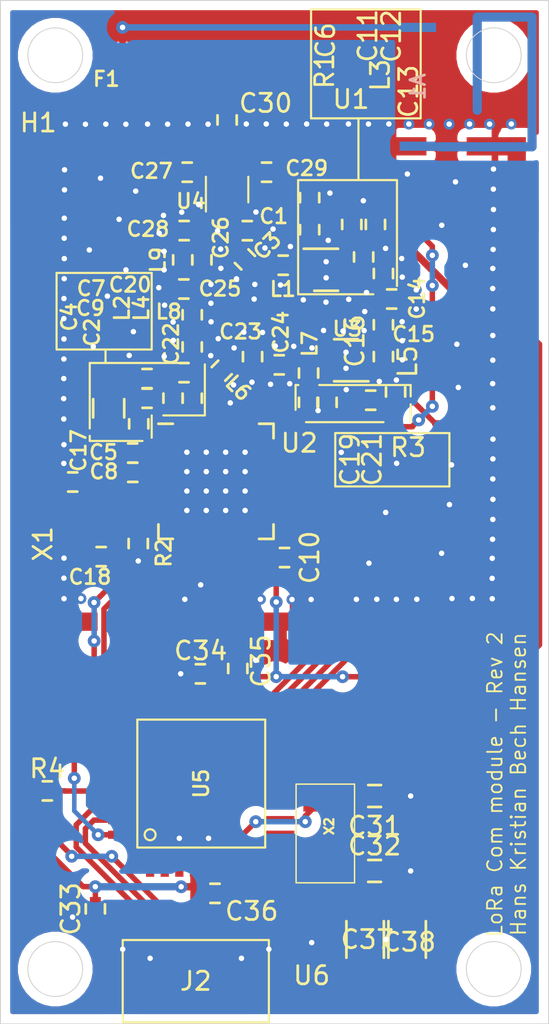
<source format=kicad_pcb>
(kicad_pcb (version 20171130) (host pcbnew "(5.1.4)-1")
  (title_block (title "LoRa Com module") (date 2019-12-13) (rev 2) (company "DTU Space") (comment 4 "Hans Kristian Bech Hansen"))
  (layers (0 F.Cu signal hide) (31 B.Cu signal) (34 B.Paste user hide) (35 F.Paste user hide) (36 B.SilkS user hide) (37 F.SilkS user) (38 B.Mask user hide) (39 F.Mask user hide) (44 Edge.Cuts user))
  (net 0 "")
  (net 1 /RF_RX)
  (net 2 GND)
  (net 3 "Net-(C3-Pad1)")
  (net 4 +3V3)
  (net 5 "Net-(C5-Pad1)")
  (net 6 "Net-(C7-Pad1)")
  (net 7 "Net-(C8-Pad1)")
  (net 8 "Net-(C13-Pad1)")
  (net 9 "Net-(C13-Pad2)")
  (net 10 "Net-(C15-Pad1)")
  (net 11 "Net-(C17-Pad2)")
  (net 12 "Net-(C18-Pad2)")
  (net 13 /SX1272_RF_TX)
  (net 14 "Net-(C22-Pad1)")
  (net 15 /LNA2_out)
  (net 16 "Net-(C24-Pad2)")
  (net 17 "Net-(C25-Pad1)")
  (net 18 "Net-(C25-Pad2)")
  (net 19 /RF_TX)
  (net 20 "Net-(C28-Pad2)")
  (net 21 /RXTX_SW)
  (net 22 "Net-(C30-Pad2)")
  (net 23 "Net-(C31-Pad2)")
  (net 24 "Net-(C32-Pad2)")
  (net 25 "Net-(C34-Pad1)")
  (net 26 /RX)
  (net 27 /TX)
  (net 28 "Net-(J2-Pad4)")
  (net 29 "Net-(L1-Pad1)")
  (net 30 "Net-(L4-Pad2)")
  (net 31 "Net-(L5-Pad1)")
  (net 32 /SX1272_RF_RX)
  (net 33 "Net-(R1-Pad2)")
  (net 34 "Net-(R3-Pad2)")
  (net 35 /Reset)
  (net 36 "Net-(U1-Pad8)")
  (net 37 "Net-(U1-Pad6)")
  (net 38 "Net-(U1-Pad5)")
  (net 39 "Net-(U1-Pad4)")
  (net 40 "Net-(U1-Pad3)")
  (net 41 /DIO0)
  (net 42 /DIO1)
  (net 43 /DIO2)
  (net 44 /DIO3)
  (net 45 /DIO4)
  (net 46 /DIO5)
  (net 47 /SCK)
  (net 48 /MISO)
  (net 49 /MOSI)
  (net 50 /RF_CS)
  (net 51 "Net-(U2-Pad21)")
  (net 52 "Net-(U2-Pad24)")
  (net 53 "Net-(U3-Pad3)")
  (net 54 "Net-(U3-Pad4)")
  (net 55 "Net-(U3-Pad5)")
  (net 56 "Net-(U3-Pad6)")
  (net 57 "Net-(U3-Pad8)")
  (net 58 "Net-(U5-Pad1)")
  (net 59 "Net-(U5-Pad2)")
  (net 60 "Net-(U5-Pad9)")
  (net 61 "Net-(U5-Pad10)")
  (net 62 "Net-(U5-Pad11)")
  (net 63 "Net-(U5-Pad12)")
  (net 64 "Net-(U5-Pad14)")
  (net 65 "Net-(U5-Pad19)")
  (net 66 "Net-(U5-Pad22)")
  (net 67 "Net-(L2-Pad2)")
  (net 68 "Net-(C10-Pad1)")
  (net 69 /Reset_SX)
  (net 70 "Net-(A1-Pad1)")
  (net 71 /RF_antenna)
  (net 72 "Net-(C37-Pad1)")
  (net 73 "Net-(U6-Pad1)")
  (module dtusat:L0402 (layer F.Cu) (at 195.76796 117.06648 270)
    (fp_text reference L9 (at 0.0072 1.36144 90) (layer F.SilkS) (effects (font (size 0.8 0.8))))
    (fp_text value L_0402_5.6nH_CID3036)
    (pad 1 smd rect (at -0.45 0 270) (size 0.4 0.6) (layers F.Cu F.Paste F.Mask) (net 19 /RF_TX))
    (pad 2 smd rect (at 0.45 0 270) (size 0.4 0.6) (layers F.Cu F.Paste F.Mask) (net 17 "Net-(C25-Pad1)"))
  )
  (module dtusat:via-0.6mm-0.3mm_drill (layer F.Cu) (at 206.89062 154.25166 180)
    (fp_text reference "" hide)
    (fp_text value "" hide)
    (pad 1 thru_hole circle (at 0 0 180) (size 0.6 0.6) (drill 0.3) (layers *.Cu *.Mask) (net 2 GND))
  )
  (module dtusat:via-0.6mm-0.3mm_drill (layer F.Cu) (at 202.82408 154.42438 180)
    (fp_text reference "" hide)
    (fp_text value "" hide)
    (pad 1 thru_hole circle (at 0 0 180) (size 0.6 0.6) (drill 0.3) (layers *.Cu *.Mask) (net 2 GND))
  )
  (module dtusat:XCL205 (layer F.Cu) (at 202.82408 154.42438 180)
    (fp_text reference U6 (at 0 -1.8034) (layer F.SilkS))
    (fp_text value XCL205)
    (pad GND smd rect (at 0 0 180) (size 1.5 1.1) (layers F.Cu F.Paste F.Mask))
    (pad 6 smd rect (at -0.55 0.8625 180) (size 0.35 0.375) (layers F.Cu F.Paste F.Mask) (net 72 "Net-(C37-Pad1)"))
    (pad 5 smd rect (at 0 0.8625 180) (size 0.35 0.375) (layers F.Cu F.Paste F.Mask) (net 2 GND))
    (pad 4 smd rect (at 0.55 0.8625 180) (size 0.35 0.375) (layers F.Cu F.Paste F.Mask) (net 72 "Net-(C37-Pad1)"))
    (pad 3 smd rect (at 0.55 -0.8625 180) (size 0.35 0.375) (layers F.Cu F.Paste F.Mask) (net 4 +3V3))
    (pad 2 smd rect (at 0 -0.8625 180) (size 0.35 0.375) (layers F.Cu F.Paste F.Mask) (net 2 GND))
    (pad 1 smd rect (at -0.55 -0.8625 180) (size 0.35 0.375) (layers F.Cu F.Paste F.Mask) (net 73 "Net-(U6-Pad1)"))
    (pad 8 smd rect (at 1.275 0 180) (size 0.35 2.1) (layers F.Cu F.Paste F.Mask) (net 4 +3V3))
    (pad 7 smd rect (at -1.275 0 180) (size 0.35 2.1) (layers F.Cu F.Paste F.Mask) (net 73 "Net-(U6-Pad1)"))
  )
  (module dtusat:SAW_869MHz (layer F.Cu) (at 192.47358 107.14228 180)
    (fp_text reference F1 (at 0.889 -0.0254) (layer F.SilkS) (effects (font (size 0.8 0.8))))
    (fp_text value SAW_869MHz)
    (pad 6 smd rect (at -1.2 1.125 180) (size 0.6 0.75) (layers F.Cu F.Paste F.Mask) (net 2 GND))
    (pad 5 smd rect (at 0 1.125 180) (size 0.6 0.75) (layers F.Cu F.Paste F.Mask) (net 70 "Net-(A1-Pad1)"))
    (pad 4 smd rect (at 1.2 1.125 180) (size 0.6 0.75) (layers F.Cu F.Paste F.Mask) (net 2 GND))
    (pad 3 smd rect (at 1.2 -1.125 180) (size 0.6 0.75) (layers F.Cu F.Paste F.Mask) (net 2 GND))
    (pad 2 smd rect (at 0 -1.125 180) (size 0.6 0.75) (layers F.Cu F.Paste F.Mask) (net 71 /RF_antenna))
    (pad 1 smd rect (at -1.2 -0.75 180) (size 0.6 1.5) (layers F.Cu F.Paste F.Mask) (net 2 GND))
  )
  (module dtusat:C1206 (layer F.Cu) (at 208.04886 154.25166 90)
    (fp_text reference C38 (at -0.14478 0.11938 180) (layer F.SilkS))
    (fp_text value C_1206_4.7uF_CID2013_small)
    (pad 2 smd rect (at 1.5 0 90) (size 1 1.6) (layers F.Cu F.Paste F.Mask) (net 2 GND))
    (pad 1 smd rect (at -1.5 0 90) (size 1 1.6) (layers F.Cu F.Paste F.Mask) (net 4 +3V3))
  )
  (module dtusat:C1206 (layer F.Cu) (at 205.75016 154.25166 270)
    (fp_text reference C37 (at 0 -0.11938 180) (layer F.SilkS))
    (fp_text value C_1206_4.7uF_CID2013_small)
    (pad 2 smd rect (at 1.5 0 270) (size 1 1.6) (layers F.Cu F.Paste F.Mask) (net 2 GND))
    (pad 1 smd rect (at -1.5 0 270) (size 1 1.6) (layers F.Cu F.Paste F.Mask) (net 72 "Net-(C37-Pad1)"))
  )
  (module dtusat:Antenna_868MHz (layer B.Cu) (at 208.6356 107.5944 90)
    (fp_text reference A1 (at 0 0 90) (layer B.SilkS) (effects (font (size 0.8 0.8)) (justify mirror)))
    (fp_text value 868MHz_ceramic_antenna)
    (pad 2 smd rect (at -3.25 0 90) (size 0.5 2) (layers B.Cu B.Paste B.Mask))
    (pad 1 smd rect (at 3.25 0 90) (size 0.5 2) (layers B.Cu B.Paste B.Mask) (net 70 "Net-(A1-Pad1)"))
  )
  (module dtusat:via-0.6mm-0.3mm_drill (layer F.Cu) (at 203.1746 125.31132)
    (fp_text reference "" hide)
    (fp_text value "" hide)
    (pad 1 thru_hole circle (at 0 0) (size 0.6 0.6) (drill 0.3) (layers *.Cu *.Mask) (net 2 GND))
  )
  (module dtusat:via-0.6mm-0.3mm_drill (layer F.Cu) (at 199.7583 138.9761 180)
    (fp_text reference "" hide)
    (fp_text value "" hide)
    (pad 1 thru_hole circle (at 0 0 180) (size 0.6 0.6) (drill 0.3) (layers *.Cu *.Mask) (net 2 GND))
  )
  (module dtusat:via-0.6mm-0.3mm_drill (layer F.Cu) (at 195.6562 139.7127 180)
    (fp_text reference "" hide)
    (fp_text value "" hide)
    (pad 1 thru_hole circle (at 0 0 180) (size 0.6 0.6) (drill 0.3) (layers *.Cu *.Mask) (net 2 GND))
  )
  (module dtusat:via-0.6mm-0.3mm_drill (layer F.Cu) (at 203.8223 113.411)
    (fp_text reference "" hide)
    (fp_text value "" hide)
    (pad 1 thru_hole circle (at 0 0) (size 0.6 0.6) (drill 0.3) (layers *.Cu *.Mask) (net 2 GND))
  )
  (module dtusat:via-0.6mm-0.3mm_drill (layer F.Cu) (at 205.6511 113.8301)
    (fp_text reference "" hide)
    (fp_text value "" hide)
    (pad 1 thru_hole circle (at 0 0) (size 0.6 0.6) (drill 0.3) (layers *.Cu *.Mask) (net 2 GND))
  )
  (module dtusat:via-0.6mm-0.3mm_drill (layer F.Cu) (at 193.3321 133.5405)
    (fp_text reference "" hide)
    (fp_text value "" hide)
    (pad 1 thru_hole circle (at 0 0) (size 0.6 0.6) (drill 0.3) (layers *.Cu *.Mask) (net 2 GND))
  )
  (module dtusat:via-0.6mm-0.3mm_drill (layer F.Cu) (at 193.9817 155.2829 180)
    (fp_text reference "" hide)
    (fp_text value "" hide)
    (pad 1 thru_hole circle (at 0 0 180) (size 0.6 0.6) (drill 0.3) (layers *.Cu *.Mask) (net 2 GND))
  )
  (module dtusat:via-0.6mm-0.3mm_drill (layer F.Cu) (at 198.9817 155.2829 180)
    (fp_text reference "" hide)
    (fp_text value "" hide)
    (pad 1 thru_hole circle (at 0 0 180) (size 0.6 0.6) (drill 0.3) (layers *.Cu *.Mask) (net 2 GND))
  )
  (module dtusat:via-0.6mm-0.3mm_drill (layer F.Cu) (at 200.4822 154.7876 180)
    (fp_text reference "" hide)
    (fp_text value "" hide)
    (pad 1 thru_hole circle (at 0 0 180) (size 0.6 0.6) (drill 0.3) (layers *.Cu *.Mask) (net 2 GND))
  )
  (module dtusat:via-0.6mm-0.3mm_drill (layer F.Cu) (at 192.4812 154.7876 180)
    (fp_text reference "" hide)
    (fp_text value "" hide)
    (pad 1 thru_hole circle (at 0 0 180) (size 0.6 0.6) (drill 0.3) (layers *.Cu *.Mask) (net 2 GND))
  )
  (module dtusat:via-0.6mm-0.3mm_drill (layer F.Cu) (at 189.738 153.02822 180)
    (fp_text reference "" hide)
    (fp_text value "" hide)
    (pad 1 thru_hole circle (at 0 0 180) (size 0.6 0.6) (drill 0.3) (layers *.Cu *.Mask) (net 2 GND))
  )
  (module dtusat:via-0.6mm-0.3mm_drill (layer F.Cu) (at 208.2419 146.40284 180)
    (fp_text reference "" hide)
    (fp_text value "" hide)
    (pad 1 thru_hole circle (at 0 0 180) (size 0.6 0.6) (drill 0.3) (layers *.Cu *.Mask) (net 2 GND))
  )
  (module dtusat:via-0.6mm-0.3mm_drill (layer F.Cu) (at 208.2419 150.50284 180)
    (fp_text reference "" hide)
    (fp_text value "" hide)
    (pad 1 thru_hole circle (at 0 0 180) (size 0.6 0.6) (drill 0.3) (layers *.Cu *.Mask) (net 2 GND))
  )
  (module dtusat:via-0.6mm-0.3mm_drill (layer F.Cu) (at 195.58 148.717 180)
    (fp_text reference "" hide)
    (fp_text value "" hide)
    (pad 1 thru_hole circle (at 0 0 180) (size 0.6 0.6) (drill 0.3) (layers *.Cu *.Mask) (net 2 GND))
  )
  (module dtusat:via-0.6mm-0.3mm_drill (layer F.Cu) (at 197.1802 148.717 180)
    (fp_text reference "" hide)
    (fp_text value "" hide)
    (pad 1 thru_hole circle (at 0 0 180) (size 0.6 0.6) (drill 0.3) (layers *.Cu *.Mask) (net 2 GND))
  )
  (module dtusat:via-0.6mm-0.3mm_drill (layer F.Cu) (at 204.70284 122.999)
    (fp_text reference "" hide)
    (fp_text value "" hide)
    (pad 1 thru_hole circle (at 0 0) (size 0.6 0.6) (drill 0.3) (layers *.Cu *.Mask) (net 2 GND))
  )
  (module dtusat:via-0.6mm-0.3mm_drill (layer F.Cu) (at 204.70284 122.119)
    (fp_text reference "" hide)
    (fp_text value "" hide)
    (pad 1 thru_hole circle (at 0 0) (size 0.6 0.6) (drill 0.3) (layers *.Cu *.Mask) (net 2 GND))
  )
  (module dtusat:via-0.6mm-0.3mm_drill (layer F.Cu) (at 203.61656 118.04708)
    (fp_text reference "" hide)
    (fp_text value "" hide)
    (pad 1 thru_hole circle (at 0 0) (size 0.6 0.6) (drill 0.3) (layers *.Cu *.Mask) (net 2 GND))
  )
  (module dtusat:via-0.6mm-0.3mm_drill (layer F.Cu) (at 203.61656 117.16708)
    (fp_text reference "" hide)
    (fp_text value "" hide)
    (pad 1 thru_hole circle (at 0 0) (size 0.6 0.6) (drill 0.3) (layers *.Cu *.Mask) (net 2 GND))
  )
  (module dtusat:via-0.6mm-0.3mm_drill (layer F.Cu) (at 205.95844 133.66242)
    (fp_text reference "" hide)
    (fp_text value "" hide)
    (pad 1 thru_hole circle (at 0 0) (size 0.6 0.6) (drill 0.3) (layers *.Cu *.Mask) (net 2 GND))
  )
  (module dtusat:via-0.6mm-0.3mm_drill (layer F.Cu) (at 209.93608 133.11886)
    (fp_text reference "" hide)
    (fp_text value "" hide)
    (pad 1 thru_hole circle (at 0 0) (size 0.6 0.6) (drill 0.3) (layers *.Cu *.Mask) (net 2 GND))
  )
  (module dtusat:via-0.6mm-0.3mm_drill (layer F.Cu) (at 210.36534 130.45694)
    (fp_text reference "" hide)
    (fp_text value "" hide)
    (pad 1 thru_hole circle (at 0 0) (size 0.6 0.6) (drill 0.3) (layers *.Cu *.Mask) (net 2 GND))
  )
  (module dtusat:via-0.6mm-0.3mm_drill (layer F.Cu) (at 206.87538 130.8862)
    (fp_text reference "" hide)
    (fp_text value "" hide)
    (pad 1 thru_hole circle (at 0 0) (size 0.6 0.6) (drill 0.3) (layers *.Cu *.Mask) (net 2 GND))
  )
  (module dtusat:via-0.6mm-0.3mm_drill (layer F.Cu) (at 207.47482 128.19888)
    (fp_text reference "" hide)
    (fp_text value "" hide)
    (pad 1 thru_hole circle (at 0 0) (size 0.6 0.6) (drill 0.3) (layers *.Cu *.Mask) (net 2 GND))
  )
  (module dtusat:via-0.6mm-0.3mm_drill (layer F.Cu) (at 204.44206 127.5969)
    (fp_text reference "" hide)
    (fp_text value "" hide)
    (pad 1 thru_hole circle (at 0 0) (size 0.6 0.6) (drill 0.3) (layers *.Cu *.Mask) (net 2 GND))
  )
  (module dtusat:via-0.6mm-0.3mm_drill (layer F.Cu) (at 210.47964 128.2827)
    (fp_text reference "" hide)
    (fp_text value "" hide)
    (pad 1 thru_hole circle (at 0 0) (size 0.6 0.6) (drill 0.3) (layers *.Cu *.Mask) (net 2 GND))
  )
  (module dtusat:via-0.6mm-0.3mm_drill (layer F.Cu) (at 208.06156 112.36706)
    (fp_text reference "" hide)
    (fp_text value "" hide)
    (pad 1 thru_hole circle (at 0 0) (size 0.6 0.6) (drill 0.3) (layers *.Cu *.Mask) (net 2 GND))
  )
  (module dtusat:via-0.6mm-0.3mm_drill (layer F.Cu) (at 210.69554 112.79886)
    (fp_text reference "" hide)
    (fp_text value "" hide)
    (pad 1 thru_hole circle (at 0 0) (size 0.6 0.6) (drill 0.3) (layers *.Cu *.Mask) (net 2 GND))
  )
  (module dtusat:via-0.6mm-0.3mm_drill (layer F.Cu) (at 209.9437 115.17122)
    (fp_text reference "" hide)
    (fp_text value "" hide)
    (pad 1 thru_hole circle (at 0 0) (size 0.6 0.6) (drill 0.3) (layers *.Cu *.Mask) (net 2 GND))
  )
  (module dtusat:via-0.6mm-0.3mm_drill (layer F.Cu) (at 211.23656 117.36324)
    (fp_text reference "" hide)
    (fp_text value "" hide)
    (pad 1 thru_hole circle (at 0 0) (size 0.6 0.6) (drill 0.3) (layers *.Cu *.Mask) (net 2 GND))
  )
  (module dtusat:via-0.6mm-0.3mm_drill (layer F.Cu) (at 210.77174 121.68124)
    (fp_text reference "" hide)
    (fp_text value "" hide)
    (pad 1 thru_hole circle (at 0 0) (size 0.6 0.6) (drill 0.3) (layers *.Cu *.Mask) (net 2 GND))
  )
  (module dtusat:via-0.6mm-0.3mm_drill (layer F.Cu) (at 210.85048 124.04598)
    (fp_text reference "" hide)
    (fp_text value "" hide)
    (pad 1 thru_hole circle (at 0 0) (size 0.6 0.6) (drill 0.3) (layers *.Cu *.Mask) (net 2 GND))
  )
  (module dtusat:via-0.6mm-0.3mm_drill (layer F.Cu) (at 192.8368 122.29338)
    (fp_text reference "" hide)
    (fp_text value "" hide)
    (pad 1 thru_hole circle (at 0 0) (size 0.6 0.6) (drill 0.3) (layers *.Cu *.Mask) (net 2 GND))
  )
  (module dtusat:via-0.6mm-0.3mm_drill (layer F.Cu) (at 190.87084 121.81586)
    (fp_text reference "" hide)
    (fp_text value "" hide)
    (pad 1 thru_hole circle (at 0 0) (size 0.6 0.6) (drill 0.3) (layers *.Cu *.Mask) (net 2 GND))
  )
  (module dtusat:via-0.6mm-0.3mm_drill (layer F.Cu) (at 190.6524 116.5225)
    (fp_text reference "" hide)
    (fp_text value "" hide)
    (pad 1 thru_hole circle (at 0 0) (size 0.6 0.6) (drill 0.3) (layers *.Cu *.Mask) (net 2 GND))
  )
  (module dtusat:via-0.6mm-0.3mm_drill (layer F.Cu) (at 192.659 117.6147)
    (fp_text reference "" hide)
    (fp_text value "" hide)
    (pad 1 thru_hole circle (at 0 0) (size 0.6 0.6) (drill 0.3) (layers *.Cu *.Mask) (net 2 GND))
  )
  (module dtusat:via-0.6mm-0.3mm_drill (layer F.Cu) (at 193.1924 113.30432)
    (fp_text reference "" hide)
    (fp_text value "" hide)
    (pad 1 thru_hole circle (at 0 0) (size 0.6 0.6) (drill 0.3) (layers *.Cu *.Mask) (net 2 GND))
  )
  (module dtusat:via-0.6mm-0.3mm_drill (layer F.Cu) (at 193.0654 120.9929)
    (fp_text reference "" hide)
    (fp_text value "" hide)
    (pad 1 thru_hole circle (at 0 0) (size 0.6 0.6) (drill 0.3) (layers *.Cu *.Mask) (net 2 GND))
  )
  (module dtusat:via-0.6mm-0.3mm_drill (layer F.Cu) (at 192.28308 114.8461)
    (fp_text reference "" hide)
    (fp_text value "" hide)
    (pad 1 thru_hole circle (at 0 0) (size 0.6 0.6) (drill 0.3) (layers *.Cu *.Mask) (net 2 GND))
  )
  (module dtusat:via-0.6mm-0.3mm_drill (layer F.Cu) (at 191.643 119.0498)
    (fp_text reference "" hide)
    (fp_text value "" hide)
    (pad 1 thru_hole circle (at 0 0) (size 0.6 0.6) (drill 0.3) (layers *.Cu *.Mask) (net 2 GND))
  )
  (module dtusat:via-0.6mm-0.3mm_drill (layer F.Cu) (at 191.26708 112.59566)
    (fp_text reference "" hide)
    (fp_text value "" hide)
    (pad 1 thru_hole circle (at 0 0) (size 0.6 0.6) (drill 0.3) (layers *.Cu *.Mask) (net 2 GND))
  )
  (module dtusat:via-0.6mm-0.3mm_drill (layer F.Cu) (at 200.01738 135.63854)
    (fp_text reference "" hide)
    (fp_text value "" hide)
    (pad 1 thru_hole circle (at 0 0) (size 0.6 0.6) (drill 0.3) (layers *.Cu *.Mask) (net 2 GND))
  )
  (module dtusat:via-0.6mm-0.3mm_drill (layer F.Cu) (at 201.74712 135.65124 180)
    (fp_text reference "" hide)
    (fp_text value "" hide)
    (pad 1 thru_hole circle (at 0 0 180) (size 0.6 0.6) (drill 0.3) (layers *.Cu *.Mask) (net 2 GND))
  )
  (module dtusat:via-0.6mm-0.3mm_drill (layer F.Cu) (at 202.7936 135.6487 180)
    (fp_text reference "" hide)
    (fp_text value "" hide)
    (pad 1 thru_hole circle (at 0 0 180) (size 0.6 0.6) (drill 0.3) (layers *.Cu *.Mask) (net 2 GND))
  )
  (module dtusat:via-0.6mm-0.3mm_drill (layer F.Cu) (at 206.3877 135.636 180)
    (fp_text reference "" hide)
    (fp_text value "" hide)
    (pad 1 thru_hole circle (at 0 0 180) (size 0.6 0.6) (drill 0.3) (layers *.Cu *.Mask) (net 2 GND))
  )
  (module dtusat:via-0.6mm-0.3mm_drill (layer F.Cu) (at 205.27264 135.64108 180)
    (fp_text reference "" hide)
    (fp_text value "" hide)
    (pad 1 thru_hole circle (at 0 0 180) (size 0.6 0.6) (drill 0.3) (layers *.Cu *.Mask) (net 2 GND))
  )
  (module dtusat:via-0.6mm-0.3mm_drill (layer F.Cu) (at 207.46212 135.64108 180)
    (fp_text reference "" hide)
    (fp_text value "" hide)
    (pad 1 thru_hole circle (at 0 0 180) (size 0.6 0.6) (drill 0.3) (layers *.Cu *.Mask) (net 2 GND))
  )
  (module dtusat:via-0.6mm-0.3mm_drill (layer F.Cu) (at 208.57718 135.636 180)
    (fp_text reference "" hide)
    (fp_text value "" hide)
    (pad 1 thru_hole circle (at 0 0 180) (size 0.6 0.6) (drill 0.3) (layers *.Cu *.Mask) (net 2 GND))
  )
  (module dtusat:via-0.6mm-0.3mm_drill (layer F.Cu) (at 210.5025 135.5979 180)
    (fp_text reference "" hide)
    (fp_text value "" hide)
    (pad 1 thru_hole circle (at 0 0 180) (size 0.6 0.6) (drill 0.3) (layers *.Cu *.Mask) (net 2 GND))
  )
  (module dtusat:via-0.6mm-0.3mm_drill (layer F.Cu) (at 211.61756 135.59282 180)
    (fp_text reference "" hide)
    (fp_text value "" hide)
    (pad 1 thru_hole circle (at 0 0 180) (size 0.6 0.6) (drill 0.3) (layers *.Cu *.Mask) (net 2 GND))
  )
  (module dtusat:via-0.6mm-0.3mm_drill (layer F.Cu) (at 212.70722 135.60806 90)
    (fp_text reference "" hide)
    (fp_text value "" hide)
    (pad 1 thru_hole circle (at 0 0 90) (size 0.6 0.6) (drill 0.3) (layers *.Cu *.Mask) (net 2 GND))
  )
  (module dtusat:via-0.6mm-0.3mm_drill (layer F.Cu) (at 212.70214 134.493 90)
    (fp_text reference "" hide)
    (fp_text value "" hide)
    (pad 1 thru_hole circle (at 0 0 90) (size 0.6 0.6) (drill 0.3) (layers *.Cu *.Mask) (net 2 GND))
  )
  (module dtusat:via-0.6mm-0.3mm_drill (layer F.Cu) (at 212.74278 127.95758 90)
    (fp_text reference "" hide)
    (fp_text value "" hide)
    (pad 1 thru_hole circle (at 0 0 90) (size 0.6 0.6) (drill 0.3) (layers *.Cu *.Mask) (net 2 GND))
  )
  (module dtusat:via-0.6mm-0.3mm_drill (layer F.Cu) (at 212.7377 131.2672 90)
    (fp_text reference "" hide)
    (fp_text value "" hide)
    (pad 1 thru_hole circle (at 0 0 90) (size 0.6 0.6) (drill 0.3) (layers *.Cu *.Mask) (net 2 GND))
  )
  (module dtusat:via-0.6mm-0.3mm_drill (layer F.Cu) (at 212.74278 130.16992 90)
    (fp_text reference "" hide)
    (fp_text value "" hide)
    (pad 1 thru_hole circle (at 0 0 90) (size 0.6 0.6) (drill 0.3) (layers *.Cu *.Mask) (net 2 GND))
  )
  (module dtusat:via-0.6mm-0.3mm_drill (layer F.Cu) (at 212.725 132.35432 90)
    (fp_text reference "" hide)
    (fp_text value "" hide)
    (pad 1 thru_hole circle (at 0 0 90) (size 0.6 0.6) (drill 0.3) (layers *.Cu *.Mask) (net 2 GND))
  )
  (module dtusat:via-0.6mm-0.3mm_drill (layer F.Cu) (at 212.70722 133.39572 90)
    (fp_text reference "" hide)
    (fp_text value "" hide)
    (pad 1 thru_hole circle (at 0 0 90) (size 0.6 0.6) (drill 0.3) (layers *.Cu *.Mask) (net 2 GND))
  )
  (module dtusat:via-0.6mm-0.3mm_drill (layer F.Cu) (at 212.7377 129.05486 90)
    (fp_text reference "" hide)
    (fp_text value "" hide)
    (pad 1 thru_hole circle (at 0 0 90) (size 0.6 0.6) (drill 0.3) (layers *.Cu *.Mask) (net 2 GND))
  )
  (module dtusat:via-0.6mm-0.3mm_drill (layer F.Cu) (at 209.25282 109.63402)
    (fp_text reference "" hide)
    (fp_text value "" hide)
    (pad 1 thru_hole circle (at 0 0) (size 0.6 0.6) (drill 0.3) (layers *.Cu *.Mask) (net 2 GND))
  )
  (module dtusat:via-0.6mm-0.3mm_drill (layer F.Cu) (at 212.56244 109.6391)
    (fp_text reference "" hide)
    (fp_text value "" hide)
    (pad 1 thru_hole circle (at 0 0) (size 0.6 0.6) (drill 0.3) (layers *.Cu *.Mask) (net 2 GND))
  )
  (module dtusat:via-0.6mm-0.3mm_drill (layer F.Cu) (at 211.46516 109.63402)
    (fp_text reference "" hide)
    (fp_text value "" hide)
    (pad 1 thru_hole circle (at 0 0) (size 0.6 0.6) (drill 0.3) (layers *.Cu *.Mask) (net 2 GND))
  )
  (module dtusat:via-0.6mm-0.3mm_drill (layer F.Cu) (at 212.74532 126.87554 90)
    (fp_text reference "" hide)
    (fp_text value "" hide)
    (pad 1 thru_hole circle (at 0 0 90) (size 0.6 0.6) (drill 0.3) (layers *.Cu *.Mask) (net 2 GND))
  )
  (module dtusat:via-0.6mm-0.3mm_drill (layer F.Cu) (at 210.3501 109.6391)
    (fp_text reference "" hide)
    (fp_text value "" hide)
    (pad 1 thru_hole circle (at 0 0) (size 0.6 0.6) (drill 0.3) (layers *.Cu *.Mask) (net 2 GND))
  )
  (module dtusat:via-0.6mm-0.3mm_drill (layer F.Cu) (at 213.75116 109.63148)
    (fp_text reference "" hide)
    (fp_text value "" hide)
    (pad 1 thru_hole circle (at 0 0) (size 0.6 0.6) (drill 0.3) (layers *.Cu *.Mask) (net 2 GND))
  )
  (module dtusat:via-0.6mm-0.3mm_drill (layer F.Cu) (at 212.7377 125.16104 90)
    (fp_text reference "" hide)
    (fp_text value "" hide)
    (pad 1 thru_hole circle (at 0 0 90) (size 0.6 0.6) (drill 0.3) (layers *.Cu *.Mask) (net 2 GND))
  )
  (module dtusat:via-0.6mm-0.3mm_drill (layer F.Cu) (at 212.73008 123.8377 90)
    (fp_text reference "" hide)
    (fp_text value "" hide)
    (pad 1 thru_hole circle (at 0 0 90) (size 0.6 0.6) (drill 0.3) (layers *.Cu *.Mask) (net 2 GND))
  )
  (module dtusat:via-0.6mm-0.3mm_drill (layer F.Cu) (at 203.64704 109.63656)
    (fp_text reference "" hide)
    (fp_text value "" hide)
    (pad 1 thru_hole circle (at 0 0) (size 0.6 0.6) (drill 0.3) (layers *.Cu *.Mask) (net 2 GND))
  )
  (module dtusat:via-0.6mm-0.3mm_drill (layer F.Cu) (at 202.54976 109.63148)
    (fp_text reference "" hide)
    (fp_text value "" hide)
    (pad 1 thru_hole circle (at 0 0) (size 0.6 0.6) (drill 0.3) (layers *.Cu *.Mask) (net 2 GND))
  )
  (module dtusat:via-0.6mm-0.3mm_drill (layer F.Cu) (at 200.33742 109.63148)
    (fp_text reference "" hide)
    (fp_text value "" hide)
    (pad 1 thru_hole circle (at 0 0) (size 0.6 0.6) (drill 0.3) (layers *.Cu *.Mask) (net 2 GND))
  )
  (module dtusat:via-0.6mm-0.3mm_drill (layer F.Cu) (at 201.4347 109.63656)
    (fp_text reference "" hide)
    (fp_text value "" hide)
    (pad 1 thru_hole circle (at 0 0) (size 0.6 0.6) (drill 0.3) (layers *.Cu *.Mask) (net 2 GND))
  )
  (module dtusat:via-0.6mm-0.3mm_drill (layer F.Cu) (at 204.83576 109.62894)
    (fp_text reference "" hide)
    (fp_text value "" hide)
    (pad 1 thru_hole circle (at 0 0) (size 0.6 0.6) (drill 0.3) (layers *.Cu *.Mask) (net 2 GND))
  )
  (module dtusat:via-0.6mm-0.3mm_drill (layer F.Cu) (at 205.93304 109.63402)
    (fp_text reference "" hide)
    (fp_text value "" hide)
    (pad 1 thru_hole circle (at 0 0) (size 0.6 0.6) (drill 0.3) (layers *.Cu *.Mask) (net 2 GND))
  )
  (module dtusat:via-0.6mm-0.3mm_drill (layer F.Cu) (at 207.0481 109.62894)
    (fp_text reference "" hide)
    (fp_text value "" hide)
    (pad 1 thru_hole circle (at 0 0) (size 0.6 0.6) (drill 0.3) (layers *.Cu *.Mask) (net 2 GND))
  )
  (module dtusat:via-0.6mm-0.3mm_drill (layer F.Cu) (at 208.14538 109.63402)
    (fp_text reference "" hide)
    (fp_text value "" hide)
    (pad 1 thru_hole circle (at 0 0) (size 0.6 0.6) (drill 0.3) (layers *.Cu *.Mask) (net 2 GND))
  )
  (module dtusat:via-0.6mm-0.3mm_drill (layer F.Cu) (at 212.7377 117.53596 90)
    (fp_text reference "" hide)
    (fp_text value "" hide)
    (pad 1 thru_hole circle (at 0 0 90) (size 0.6 0.6) (drill 0.3) (layers *.Cu *.Mask) (net 2 GND))
  )
  (module dtusat:via-0.6mm-0.3mm_drill (layer F.Cu) (at 212.7377 122.555 90)
    (fp_text reference "" hide)
    (fp_text value "" hide)
    (pad 1 thru_hole circle (at 0 0 90) (size 0.6 0.6) (drill 0.3) (layers *.Cu *.Mask) (net 2 GND))
  )
  (module dtusat:via-0.6mm-0.3mm_drill (layer F.Cu) (at 212.7377 119.7483 90)
    (fp_text reference "" hide)
    (fp_text value "" hide)
    (pad 1 thru_hole circle (at 0 0 90) (size 0.6 0.6) (drill 0.3) (layers *.Cu *.Mask) (net 2 GND))
  )
  (module dtusat:via-0.6mm-0.3mm_drill (layer F.Cu) (at 212.7377 121.20372 90)
    (fp_text reference "" hide)
    (fp_text value "" hide)
    (pad 1 thru_hole circle (at 0 0 90) (size 0.6 0.6) (drill 0.3) (layers *.Cu *.Mask) (net 2 GND))
  )
  (module dtusat:via-0.6mm-0.3mm_drill (layer F.Cu) (at 212.73262 118.63324 90)
    (fp_text reference "" hide)
    (fp_text value "" hide)
    (pad 1 thru_hole circle (at 0 0 90) (size 0.6 0.6) (drill 0.3) (layers *.Cu *.Mask) (net 2 GND))
  )
  (module dtusat:via-0.6mm-0.3mm_drill (layer F.Cu) (at 212.76818 113.1951 90)
    (fp_text reference "" hide)
    (fp_text value "" hide)
    (pad 1 thru_hole circle (at 0 0 90) (size 0.6 0.6) (drill 0.3) (layers *.Cu *.Mask) (net 2 GND))
  )
  (module dtusat:via-0.6mm-0.3mm_drill (layer F.Cu) (at 212.77326 112.09782 90)
    (fp_text reference "" hide)
    (fp_text value "" hide)
    (pad 1 thru_hole circle (at 0 0 90) (size 0.6 0.6) (drill 0.3) (layers *.Cu *.Mask) (net 2 GND))
  )
  (module dtusat:via-0.6mm-0.3mm_drill (layer F.Cu) (at 212.76818 115.40744 90)
    (fp_text reference "" hide)
    (fp_text value "" hide)
    (pad 1 thru_hole circle (at 0 0 90) (size 0.6 0.6) (drill 0.3) (layers *.Cu *.Mask) (net 2 GND))
  )
  (module dtusat:via-0.6mm-0.3mm_drill (layer F.Cu) (at 212.77326 114.31016 90)
    (fp_text reference "" hide)
    (fp_text value "" hide)
    (pad 1 thru_hole circle (at 0 0 90) (size 0.6 0.6) (drill 0.3) (layers *.Cu *.Mask) (net 2 GND))
  )
  (module dtusat:via-0.6mm-0.3mm_drill (layer F.Cu) (at 212.75548 116.49456 90)
    (fp_text reference "" hide)
    (fp_text value "" hide)
    (pad 1 thru_hole circle (at 0 0 90) (size 0.6 0.6) (drill 0.3) (layers *.Cu *.Mask) (net 2 GND))
  )
  (module dtusat:via-0.6mm-0.3mm_drill (layer F.Cu) (at 196.7484 134.8486 90)
    (fp_text reference "" hide)
    (fp_text value "" hide)
    (pad 1 thru_hole circle (at 0 0 90) (size 0.6 0.6) (drill 0.3) (layers *.Cu *.Mask) (net 2 GND))
  )
  (module dtusat:via-0.6mm-0.3mm_drill (layer F.Cu) (at 195.87972 135.63854 90)
    (fp_text reference "" hide)
    (fp_text value "" hide)
    (pad 1 thru_hole circle (at 0 0 90) (size 0.6 0.6) (drill 0.3) (layers *.Cu *.Mask) (net 2 GND))
  )
  (module dtusat:via-0.6mm-0.3mm_drill (layer F.Cu) (at 190.1952 135.5979 90)
    (fp_text reference "" hide)
    (fp_text value "" hide)
    (pad 1 thru_hole circle (at 0 0 90) (size 0.6 0.6) (drill 0.3) (layers *.Cu *.Mask) (net 2 GND))
  )
  (module dtusat:via-0.6mm-0.3mm_drill (layer F.Cu) (at 189.2681 135.60552 90)
    (fp_text reference "" hide)
    (fp_text value "" hide)
    (pad 1 thru_hole circle (at 0 0 90) (size 0.6 0.6) (drill 0.3) (layers *.Cu *.Mask) (net 2 GND))
  )
  (module dtusat:via-0.6mm-0.3mm_drill (layer F.Cu) (at 189.2681 133.38556 90)
    (fp_text reference "" hide)
    (fp_text value "" hide)
    (pad 1 thru_hole circle (at 0 0 90) (size 0.6 0.6) (drill 0.3) (layers *.Cu *.Mask) (net 2 GND))
  )
  (module dtusat:via-0.6mm-0.3mm_drill (layer F.Cu) (at 189.26302 134.48284 90)
    (fp_text reference "" hide)
    (fp_text value "" hide)
    (pad 1 thru_hole circle (at 0 0 90) (size 0.6 0.6) (drill 0.3) (layers *.Cu *.Mask) (net 2 GND))
  )
  (module dtusat:via-0.6mm-0.3mm_drill (layer F.Cu) (at 189.2935 113.23574 90)
    (fp_text reference "" hide)
    (fp_text value "" hide)
    (pad 1 thru_hole circle (at 0 0 90) (size 0.6 0.6) (drill 0.3) (layers *.Cu *.Mask) (net 2 GND))
  )
  (module dtusat:via-0.6mm-0.3mm_drill (layer F.Cu) (at 189.29858 112.13846 90)
    (fp_text reference "" hide)
    (fp_text value "" hide)
    (pad 1 thru_hole circle (at 0 0 90) (size 0.6 0.6) (drill 0.3) (layers *.Cu *.Mask) (net 2 GND))
  )
  (module dtusat:via-0.6mm-0.3mm_drill (layer F.Cu) (at 189.25794 128.20396 90)
    (fp_text reference "" hide)
    (fp_text value "" hide)
    (pad 1 thru_hole circle (at 0 0 90) (size 0.6 0.6) (drill 0.3) (layers *.Cu *.Mask) (net 2 GND))
  )
  (module dtusat:via-0.6mm-0.3mm_drill (layer F.Cu) (at 189.2554 125.77318 90)
    (fp_text reference "" hide)
    (fp_text value "" hide)
    (pad 1 thru_hole circle (at 0 0 90) (size 0.6 0.6) (drill 0.3) (layers *.Cu *.Mask) (net 2 GND))
  )
  (module dtusat:via-0.6mm-0.3mm_drill (layer F.Cu) (at 189.25032 124.65812 90)
    (fp_text reference "" hide)
    (fp_text value "" hide)
    (pad 1 thru_hole circle (at 0 0 90) (size 0.6 0.6) (drill 0.3) (layers *.Cu *.Mask) (net 2 GND))
  )
  (module dtusat:via-0.6mm-0.3mm_drill (layer F.Cu) (at 189.26556 127.1778 90)
    (fp_text reference "" hide)
    (fp_text value "" hide)
    (pad 1 thru_hole circle (at 0 0 90) (size 0.6 0.6) (drill 0.3) (layers *.Cu *.Mask) (net 2 GND))
  )
  (module dtusat:via-0.6mm-0.3mm_drill (layer F.Cu) (at 189.2554 123.56084 90)
    (fp_text reference "" hide)
    (fp_text value "" hide)
    (pad 1 thru_hole circle (at 0 0 90) (size 0.6 0.6) (drill 0.3) (layers *.Cu *.Mask) (net 2 GND))
  )
  (module dtusat:via-0.6mm-0.3mm_drill (layer F.Cu) (at 189.26048 120.27916 90)
    (fp_text reference "" hide)
    (fp_text value "" hide)
    (pad 1 thru_hole circle (at 0 0 90) (size 0.6 0.6) (drill 0.3) (layers *.Cu *.Mask) (net 2 GND))
  )
  (module dtusat:via-0.6mm-0.3mm_drill (layer F.Cu) (at 189.26556 119.18188 90)
    (fp_text reference "" hide)
    (fp_text value "" hide)
    (pad 1 thru_hole circle (at 0 0 90) (size 0.6 0.6) (drill 0.3) (layers *.Cu *.Mask) (net 2 GND))
  )
  (module dtusat:via-0.6mm-0.3mm_drill (layer F.Cu) (at 189.26048 122.4915 90)
    (fp_text reference "" hide)
    (fp_text value "" hide)
    (pad 1 thru_hole circle (at 0 0 90) (size 0.6 0.6) (drill 0.3) (layers *.Cu *.Mask) (net 2 GND))
  )
  (module dtusat:via-0.6mm-0.3mm_drill (layer F.Cu) (at 189.26556 121.39422 90)
    (fp_text reference "" hide)
    (fp_text value "" hide)
    (pad 1 thru_hole circle (at 0 0 90) (size 0.6 0.6) (drill 0.3) (layers *.Cu *.Mask) (net 2 GND))
  )
  (module dtusat:via-0.6mm-0.3mm_drill (layer F.Cu) (at 189.28334 114.78514 90)
    (fp_text reference "" hide)
    (fp_text value "" hide)
    (pad 1 thru_hole circle (at 0 0 90) (size 0.6 0.6) (drill 0.3) (layers *.Cu *.Mask) (net 2 GND))
  )
  (module dtusat:via-0.6mm-0.3mm_drill (layer F.Cu) (at 189.27826 115.88242 90)
    (fp_text reference "" hide)
    (fp_text value "" hide)
    (pad 1 thru_hole circle (at 0 0 90) (size 0.6 0.6) (drill 0.3) (layers *.Cu *.Mask) (net 2 GND))
  )
  (module dtusat:via-0.6mm-0.3mm_drill (layer F.Cu) (at 189.27826 118.09476 90)
    (fp_text reference "" hide)
    (fp_text value "" hide)
    (pad 1 thru_hole circle (at 0 0 90) (size 0.6 0.6) (drill 0.3) (layers *.Cu *.Mask) (net 2 GND))
  )
  (module dtusat:via-0.6mm-0.3mm_drill (layer F.Cu) (at 189.28334 116.99748 90)
    (fp_text reference "" hide)
    (fp_text value "" hide)
    (pad 1 thru_hole circle (at 0 0 90) (size 0.6 0.6) (drill 0.3) (layers *.Cu *.Mask) (net 2 GND))
  )
  (module dtusat:via-0.6mm-0.3mm_drill (layer F.Cu) (at 189.3443 109.6391)
    (fp_text reference "" hide)
    (fp_text value "" hide)
    (pad 1 thru_hole circle (at 0 0) (size 0.6 0.6) (drill 0.3) (layers *.Cu *.Mask) (net 2 GND))
  )
  (module dtusat:via-0.6mm-0.3mm_drill (layer F.Cu) (at 190.44158 109.64418)
    (fp_text reference "" hide)
    (fp_text value "" hide)
    (pad 1 thru_hole circle (at 0 0) (size 0.6 0.6) (drill 0.3) (layers *.Cu *.Mask) (net 2 GND))
  )
  (module dtusat:via-0.6mm-0.3mm_drill (layer F.Cu) (at 191.55664 109.6391)
    (fp_text reference "" hide)
    (fp_text value "" hide)
    (pad 1 thru_hole circle (at 0 0) (size 0.6 0.6) (drill 0.3) (layers *.Cu *.Mask) (net 2 GND))
  )
  (module dtusat:via-0.6mm-0.3mm_drill (layer F.Cu) (at 192.65392 109.64418)
    (fp_text reference "" hide)
    (fp_text value "" hide)
    (pad 1 thru_hole circle (at 0 0) (size 0.6 0.6) (drill 0.3) (layers *.Cu *.Mask) (net 2 GND))
  )
  (module dtusat:via-0.6mm-0.3mm_drill (layer F.Cu) (at 193.84264 109.63656)
    (fp_text reference "" hide)
    (fp_text value "" hide)
    (pad 1 thru_hole circle (at 0 0) (size 0.6 0.6) (drill 0.3) (layers *.Cu *.Mask) (net 2 GND))
  )
  (module dtusat:via-0.6mm-0.3mm_drill (layer F.Cu) (at 194.93992 109.64164)
    (fp_text reference "" hide)
    (fp_text value "" hide)
    (pad 1 thru_hole circle (at 0 0) (size 0.6 0.6) (drill 0.3) (layers *.Cu *.Mask) (net 2 GND))
  )
  (module dtusat:via-0.6mm-0.3mm_drill (layer F.Cu) (at 196.05498 109.63656)
    (fp_text reference "" hide)
    (fp_text value "" hide)
    (pad 1 thru_hole circle (at 0 0) (size 0.6 0.6) (drill 0.3) (layers *.Cu *.Mask) (net 2 GND))
  )
  (module dtusat:via-0.6mm-0.3mm_drill (layer F.Cu) (at 199.24522 109.63148)
    (fp_text reference "" hide)
    (fp_text value "" hide)
    (pad 1 thru_hole circle (at 0 0) (size 0.6 0.6) (drill 0.3) (layers *.Cu *.Mask) (net 2 GND))
  )
  (module dtusat:via-0.6mm-0.3mm_drill (layer F.Cu) (at 197.15226 109.64164)
    (fp_text reference "" hide)
    (fp_text value "" hide)
    (pad 1 thru_hole circle (at 0 0) (size 0.6 0.6) (drill 0.3) (layers *.Cu *.Mask) (net 2 GND))
  )
  (module dtusat:via-0.6mm-0.3mm_drill (layer F.Cu) (at 197.05487 130.77827)
    (fp_text reference "" hide)
    (fp_text value "" hide)
    (pad 1 thru_hole circle (at 0 0) (size 0.6 0.6) (drill 0.3) (layers *.Cu *.Mask) (net 2 GND))
  )
  (module dtusat:via-0.6mm-0.3mm_drill (layer F.Cu) (at 195.99237 130.77827)
    (fp_text reference "" hide)
    (fp_text value "" hide)
    (pad 1 thru_hole circle (at 0 0) (size 0.6 0.6) (drill 0.3) (layers *.Cu *.Mask) (net 2 GND))
  )
  (module dtusat:via-0.6mm-0.3mm_drill (layer F.Cu) (at 197.05487 128.65327)
    (fp_text reference "" hide)
    (fp_text value "" hide)
    (pad 1 thru_hole circle (at 0 0) (size 0.6 0.6) (drill 0.3) (layers *.Cu *.Mask) (net 2 GND))
  )
  (module dtusat:via-0.6mm-0.3mm_drill (layer F.Cu) (at 195.99237 129.71577)
    (fp_text reference "" hide)
    (fp_text value "" hide)
    (pad 1 thru_hole circle (at 0 0) (size 0.6 0.6) (drill 0.3) (layers *.Cu *.Mask) (net 2 GND))
  )
  (module dtusat:via-0.6mm-0.3mm_drill (layer F.Cu) (at 195.99237 128.65327)
    (fp_text reference "" hide)
    (fp_text value "" hide)
    (pad 1 thru_hole circle (at 0 0) (size 0.6 0.6) (drill 0.3) (layers *.Cu *.Mask) (net 2 GND))
  )
  (module dtusat:via-0.6mm-0.3mm_drill (layer F.Cu) (at 197.05487 129.71577)
    (fp_text reference "" hide)
    (fp_text value "" hide)
    (pad 1 thru_hole circle (at 0 0) (size 0.6 0.6) (drill 0.3) (layers *.Cu *.Mask) (net 2 GND))
  )
  (module dtusat:via-0.6mm-0.3mm_drill (layer F.Cu) (at 198.11737 128.65327)
    (fp_text reference "" hide)
    (fp_text value "" hide)
    (pad 1 thru_hole circle (at 0 0) (size 0.6 0.6) (drill 0.3) (layers *.Cu *.Mask) (net 2 GND))
  )
  (module dtusat:via-0.6mm-0.3mm_drill (layer F.Cu) (at 198.11737 129.71577)
    (fp_text reference "" hide)
    (fp_text value "" hide)
    (pad 1 thru_hole circle (at 0 0) (size 0.6 0.6) (drill 0.3) (layers *.Cu *.Mask) (net 2 GND))
  )
  (module dtusat:via-0.6mm-0.3mm_drill (layer F.Cu) (at 198.11737 130.77827)
    (fp_text reference "" hide)
    (fp_text value "" hide)
    (pad 1 thru_hole circle (at 0 0) (size 0.6 0.6) (drill 0.3) (layers *.Cu *.Mask) (net 2 GND))
  )
  (module dtusat:via-0.6mm-0.3mm_drill (layer F.Cu) (at 199.17987 130.77827)
    (fp_text reference "" hide)
    (fp_text value "" hide)
    (pad 1 thru_hole circle (at 0 0) (size 0.6 0.6) (drill 0.3) (layers *.Cu *.Mask) (net 2 GND))
  )
  (module dtusat:via-0.6mm-0.3mm_drill (layer F.Cu) (at 199.17987 129.71577)
    (fp_text reference "" hide)
    (fp_text value "" hide)
    (pad 1 thru_hole circle (at 0 0) (size 0.6 0.6) (drill 0.3) (layers *.Cu *.Mask) (net 2 GND))
  )
  (module dtusat:via-0.6mm-0.3mm_drill (layer F.Cu) (at 199.17987 128.65327)
    (fp_text reference "" hide)
    (fp_text value "" hide)
    (pad 1 thru_hole circle (at 0 0) (size 0.6 0.6) (drill 0.3) (layers *.Cu *.Mask) (net 2 GND))
  )
  (module dtusat:via-0.6mm-0.3mm_drill (layer F.Cu) (at 199.17987 127.59077)
    (fp_text reference "" hide)
    (fp_text value "" hide)
    (pad 1 thru_hole circle (at 0 0) (size 0.6 0.6) (drill 0.3) (layers *.Cu *.Mask) (net 2 GND))
  )
  (module dtusat:via-0.6mm-0.3mm_drill (layer F.Cu) (at 198.11737 127.59077)
    (fp_text reference "" hide)
    (fp_text value "" hide)
    (pad 1 thru_hole circle (at 0 0) (size 0.6 0.6) (drill 0.3) (layers *.Cu *.Mask) (net 2 GND))
  )
  (module dtusat:via-0.6mm-0.3mm_drill (layer F.Cu) (at 197.05487 127.59077)
    (fp_text reference "" hide)
    (fp_text value "" hide)
    (pad 1 thru_hole circle (at 0 0) (size 0.6 0.6) (drill 0.3) (layers *.Cu *.Mask) (net 2 GND))
  )
  (module dtusat:via-0.6mm-0.3mm_drill (layer F.Cu) (at 195.99237 127.59077)
    (fp_text reference "" hide)
    (fp_text value "" hide)
    (pad 1 thru_hole circle (at 0 0) (size 0.6 0.6) (drill 0.3) (layers *.Cu *.Mask) (net 2 GND))
  )
  (module dtusat:via-0.6mm-0.3mm_drill (layer F.Cu) (at 198.36892 124.8918)
    (fp_text reference "" hide)
    (fp_text value "" hide)
    (pad 1 thru_hole circle (at 0 0) (size 0.6 0.6) (drill 0.3) (layers *.Cu *.Mask) (net 2 GND))
  )
  (module dtusat:via-0.6mm-0.3mm_drill (layer F.Cu) (at 198.54672 123.90628)
    (fp_text reference "" hide)
    (fp_text value "" hide)
    (pad 1 thru_hole circle (at 0 0) (size 0.6 0.6) (drill 0.3) (layers *.Cu *.Mask) (net 2 GND))
  )
  (module dtusat:via-0.6mm-0.3mm_drill (layer F.Cu) (at 199.5551 123.75896)
    (fp_text reference "" hide)
    (fp_text value "" hide)
    (pad 1 thru_hole circle (at 0 0) (size 0.6 0.6) (drill 0.3) (layers *.Cu *.Mask) (net 2 GND))
  )
  (module dtusat:via-0.6mm-0.3mm_drill (layer F.Cu) (at 200.57364 123.87326)
    (fp_text reference "" hide)
    (fp_text value "" hide)
    (pad 1 thru_hole circle (at 0 0) (size 0.6 0.6) (drill 0.3) (layers *.Cu *.Mask) (net 2 GND))
  )
  (module dtusat:via-0.6mm-0.3mm_drill (layer F.Cu) (at 201.62266 123.84278)
    (fp_text reference "" hide)
    (fp_text value "" hide)
    (pad 1 thru_hole circle (at 0 0) (size 0.6 0.6) (drill 0.3) (layers *.Cu *.Mask) (net 2 GND))
  )
  (module dtusat:via-0.6mm-0.3mm_drill (layer F.Cu) (at 204.71638 124.1679)
    (fp_text reference "" hide)
    (fp_text value "" hide)
    (pad 1 thru_hole circle (at 0 0) (size 0.6 0.6) (drill 0.3) (layers *.Cu *.Mask) (net 2 GND))
  )
  (module dtusat:via-0.6mm-0.3mm_drill (layer F.Cu) (at 206.52486 123.71578)
    (fp_text reference "" hide)
    (fp_text value "" hide)
    (pad 1 thru_hole circle (at 0 0) (size 0.6 0.6) (drill 0.3) (layers *.Cu *.Mask) (net 2 GND))
  )
  (module dtusat:via-0.6mm-0.3mm_drill (layer F.Cu) (at 207.45958 123.64212)
    (fp_text reference "" hide)
    (fp_text value "" hide)
    (pad 1 thru_hole circle (at 0 0) (size 0.6 0.6) (drill 0.3) (layers *.Cu *.Mask) (net 2 GND))
  )
  (module dtusat:via-0.6mm-0.3mm_drill (layer F.Cu) (at 207.78978 122.53468)
    (fp_text reference "" hide)
    (fp_text value "" hide)
    (pad 1 thru_hole circle (at 0 0) (size 0.6 0.6) (drill 0.3) (layers *.Cu *.Mask) (net 2 GND))
  )
  (module dtusat:via-0.6mm-0.3mm_drill (layer F.Cu) (at 207.78216 121.4882)
    (fp_text reference "" hide)
    (fp_text value "" hide)
    (pad 1 thru_hole circle (at 0 0) (size 0.6 0.6) (drill 0.3) (layers *.Cu *.Mask) (net 2 GND))
  )
  (module dtusat:via-0.6mm-0.3mm_drill (layer F.Cu) (at 207.77454 120.44934)
    (fp_text reference "" hide)
    (fp_text value "" hide)
    (pad 1 thru_hole circle (at 0 0) (size 0.6 0.6) (drill 0.3) (layers *.Cu *.Mask) (net 2 GND))
  )
  (module dtusat:via-0.6mm-0.3mm_drill (layer F.Cu) (at 208.54924 119.75592)
    (fp_text reference "" hide)
    (fp_text value "" hide)
    (pad 1 thru_hole circle (at 0 0) (size 0.6 0.6) (drill 0.3) (layers *.Cu *.Mask) (net 2 GND))
  )
  (module dtusat:via-0.6mm-0.3mm_drill (layer F.Cu) (at 208.54924 118.70944)
    (fp_text reference "" hide)
    (fp_text value "" hide)
    (pad 1 thru_hole circle (at 0 0) (size 0.6 0.6) (drill 0.3) (layers *.Cu *.Mask) (net 2 GND))
  )
  (module dtusat:via-0.6mm-0.3mm_drill (layer F.Cu) (at 207.78216 118.0084)
    (fp_text reference "" hide)
    (fp_text value "" hide)
    (pad 1 thru_hole circle (at 0 0) (size 0.6 0.6) (drill 0.3) (layers *.Cu *.Mask) (net 2 GND))
  )
  (module dtusat:via-0.6mm-0.3mm_drill (layer F.Cu) (at 207.75168 116.9924)
    (fp_text reference "" hide)
    (fp_text value "" hide)
    (pad 1 thru_hole circle (at 0 0) (size 0.6 0.6) (drill 0.3) (layers *.Cu *.Mask) (net 2 GND))
  )
  (module dtusat:via-0.6mm-0.3mm_drill (layer F.Cu) (at 203.73086 115.99672)
    (fp_text reference "" hide)
    (fp_text value "" hide)
    (pad 1 thru_hole circle (at 0 0) (size 0.6 0.6) (drill 0.3) (layers *.Cu *.Mask) (net 2 GND))
  )
  (module dtusat:via-0.6mm-0.3mm_drill (layer F.Cu) (at 200.7108 115.3795)
    (fp_text reference "" hide)
    (fp_text value "" hide)
    (pad 1 thru_hole circle (at 0 0) (size 0.6 0.6) (drill 0.3) (layers *.Cu *.Mask) (net 2 GND))
  )
  (module dtusat:via-0.6mm-0.3mm_drill (layer F.Cu) (at 199.77354 114.44986)
    (fp_text reference "" hide)
    (fp_text value "" hide)
    (pad 1 thru_hole circle (at 0 0) (size 0.6 0.6) (drill 0.3) (layers *.Cu *.Mask) (net 2 GND))
  )
  (module dtusat:via-0.6mm-0.3mm_drill (layer F.Cu) (at 201.65822 116.33454)
    (fp_text reference "" hide)
    (fp_text value "" hide)
    (pad 1 thru_hole circle (at 0 0) (size 0.6 0.6) (drill 0.3) (layers *.Cu *.Mask) (net 2 GND))
  )
  (module dtusat:via-0.6mm-0.3mm_drill (layer F.Cu) (at 200.2663 116.41582)
    (fp_text reference "" hide)
    (fp_text value "" hide)
    (pad 1 thru_hole circle (at 0 0) (size 0.6 0.6) (drill 0.3) (layers *.Cu *.Mask) (net 2 GND))
  )
  (module dtusat:via-0.6mm-0.3mm_drill (layer F.Cu) (at 198.70928 118.10238)
    (fp_text reference "" hide)
    (fp_text value "" hide)
    (pad 1 thru_hole circle (at 0 0) (size 0.6 0.6) (drill 0.3) (layers *.Cu *.Mask) (net 2 GND))
  )
  (module dtusat:via-0.6mm-0.3mm_drill (layer F.Cu) (at 199.71258 118.40718)
    (fp_text reference "" hide)
    (fp_text value "" hide)
    (pad 1 thru_hole circle (at 0 0) (size 0.6 0.6) (drill 0.3) (layers *.Cu *.Mask) (net 2 GND))
  )
  (module dtusat:via-0.6mm-0.3mm_drill (layer F.Cu) (at 199.67448 119.21236)
    (fp_text reference "" hide)
    (fp_text value "" hide)
    (pad 1 thru_hole circle (at 0 0) (size 0.6 0.6) (drill 0.3) (layers *.Cu *.Mask) (net 2 GND))
  )
  (module dtusat:via-0.6mm-0.3mm_drill (layer F.Cu) (at 201.1172 118.4402)
    (fp_text reference "" hide)
    (fp_text value "" hide)
    (pad 1 thru_hole circle (at 0 0) (size 0.6 0.6) (drill 0.3) (layers *.Cu *.Mask) (net 2 GND))
  )
  (module dtusat:via-0.6mm-0.3mm_drill (layer F.Cu) (at 202.36688 119.253)
    (fp_text reference "" hide)
    (fp_text value "" hide)
    (pad 1 thru_hole circle (at 0 0) (size 0.6 0.6) (drill 0.3) (layers *.Cu *.Mask) (net 2 GND))
  )
  (module dtusat:via-0.6mm-0.3mm_drill (layer F.Cu) (at 203.6064 119.38)
    (fp_text reference "" hide)
    (fp_text value "" hide)
    (pad 1 thru_hole circle (at 0 0) (size 0.6 0.6) (drill 0.3) (layers *.Cu *.Mask) (net 2 GND))
  )
  (module dtusat:via-0.6mm-0.3mm_drill (layer F.Cu) (at 204.85354 119.22506)
    (fp_text reference "" hide)
    (fp_text value "" hide)
    (pad 1 thru_hole circle (at 0 0) (size 0.6 0.6) (drill 0.3) (layers *.Cu *.Mask) (net 2 GND))
  )
  (module dtusat:via-0.6mm-0.3mm_drill (layer F.Cu) (at 206.8703 116.43868)
    (fp_text reference "" hide)
    (fp_text value "" hide)
    (pad 1 thru_hole circle (at 0 0) (size 0.6 0.6) (drill 0.3) (layers *.Cu *.Mask) (net 2 GND))
  )
  (module dtusat:via-0.6mm-0.3mm_drill (layer F.Cu) (at 205.82382 118.85168)
    (fp_text reference "" hide)
    (fp_text value "" hide)
    (pad 1 thru_hole circle (at 0 0) (size 0.6 0.6) (drill 0.3) (layers *.Cu *.Mask) (net 2 GND))
  )
  (module dtusat:via-0.6mm-0.3mm_drill (layer F.Cu) (at 205.72984 119.89308)
    (fp_text reference "" hide)
    (fp_text value "" hide)
    (pad 1 thru_hole circle (at 0 0) (size 0.6 0.6) (drill 0.3) (layers *.Cu *.Mask) (net 2 GND))
  )
  (module dtusat:via-0.6mm-0.3mm_drill (layer F.Cu) (at 205.69428 120.93702)
    (fp_text reference "" hide)
    (fp_text value "" hide)
    (pad 1 thru_hole circle (at 0 0) (size 0.6 0.6) (drill 0.3) (layers *.Cu *.Mask) (net 2 GND))
  )
  (module dtusat:via-0.6mm-0.3mm_drill (layer F.Cu) (at 204.54112 120.95988)
    (fp_text reference "" hide)
    (fp_text value "" hide)
    (pad 1 thru_hole circle (at 0 0) (size 0.6 0.6) (drill 0.3) (layers *.Cu *.Mask) (net 2 GND))
  )
  (module dtusat:via-0.6mm-0.3mm_drill (layer F.Cu) (at 203.47432 120.9294)
    (fp_text reference "" hide)
    (fp_text value "" hide)
    (pad 1 thru_hole circle (at 0 0) (size 0.6 0.6) (drill 0.3) (layers *.Cu *.Mask) (net 2 GND))
  )
  (module dtusat:via-0.6mm-0.3mm_drill (layer F.Cu) (at 202.84186 121.88444)
    (fp_text reference "" hide)
    (fp_text value "" hide)
    (pad 1 thru_hole circle (at 0 0) (size 0.6 0.6) (drill 0.3) (layers *.Cu *.Mask) (net 2 GND))
  )
  (module dtusat:via-0.6mm-0.3mm_drill (layer F.Cu) (at 201.84364 121.79554)
    (fp_text reference "" hide)
    (fp_text value "" hide)
    (pad 1 thru_hole circle (at 0 0) (size 0.6 0.6) (drill 0.3) (layers *.Cu *.Mask) (net 2 GND))
  )
  (module dtusat:via-0.6mm-0.3mm_drill (layer F.Cu) (at 200.83272 121.7803)
    (fp_text reference "" hide)
    (fp_text value "" hide)
    (pad 1 thru_hole circle (at 0 0) (size 0.6 0.6) (drill 0.3) (layers *.Cu *.Mask) (net 2 GND))
  )
  (module dtusat:via-0.6mm-0.3mm_drill (layer F.Cu) (at 200.13422 121.03608)
    (fp_text reference "" hide)
    (fp_text value "" hide)
    (pad 1 thru_hole circle (at 0 0) (size 0.6 0.6) (drill 0.3) (layers *.Cu *.Mask) (net 2 GND))
  )
  (module dtusat:via-0.6mm-0.3mm_drill (layer F.Cu) (at 199.1106 121.02084)
    (fp_text reference "" hide)
    (fp_text value "" hide)
    (pad 1 thru_hole circle (at 0 0) (size 0.6 0.6) (drill 0.3) (layers *.Cu *.Mask) (net 2 GND))
  )
  (module dtusat:via-0.6mm-0.3mm_drill (layer F.Cu) (at 197.70852 121.37898)
    (fp_text reference "" hide)
    (fp_text value "" hide)
    (pad 1 thru_hole circle (at 0 0) (size 0.6 0.6) (drill 0.3) (layers *.Cu *.Mask) (net 2 GND))
  )
  (module dtusat:via-0.6mm-0.3mm_drill (layer F.Cu) (at 198.5772 121.88444)
    (fp_text reference "" hide)
    (fp_text value "" hide)
    (pad 1 thru_hole circle (at 0 0) (size 0.6 0.6) (drill 0.3) (layers *.Cu *.Mask) (net 2 GND))
  )
  (module dtusat:via-0.6mm-0.3mm_drill (layer F.Cu) (at 197.29958 122.30608)
    (fp_text reference "" hide)
    (fp_text value "" hide)
    (pad 1 thru_hole circle (at 0 0) (size 0.6 0.6) (drill 0.3) (layers *.Cu *.Mask) (net 2 GND))
  )
  (module dtusat:via-0.6mm-0.3mm_drill (layer F.Cu) (at 197.31736 120.45442)
    (fp_text reference "" hide)
    (fp_text value "" hide)
    (pad 1 thru_hole circle (at 0 0) (size 0.6 0.6) (drill 0.3) (layers *.Cu *.Mask) (net 2 GND))
  )
  (module dtusat:via-0.6mm-0.3mm_drill (layer F.Cu) (at 197.30974 119.43842)
    (fp_text reference "" hide)
    (fp_text value "" hide)
    (pad 1 thru_hole circle (at 0 0) (size 0.6 0.6) (drill 0.3) (layers *.Cu *.Mask) (net 2 GND))
  )
  (module dtusat:via-0.6mm-0.3mm_drill (layer F.Cu) (at 197.31228 118.40718)
    (fp_text reference "" hide)
    (fp_text value "" hide)
    (pad 1 thru_hole circle (at 0 0) (size 0.6 0.6) (drill 0.3) (layers *.Cu *.Mask) (net 2 GND))
  )
  (module dtusat:via-0.6mm-0.3mm_drill (layer F.Cu) (at 197.8533 117.52834)
    (fp_text reference "" hide)
    (fp_text value "" hide)
    (pad 1 thru_hole circle (at 0 0) (size 0.6 0.6) (drill 0.3) (layers *.Cu *.Mask) (net 2 GND))
  )
  (module dtusat:via-0.6mm-0.3mm_drill (layer F.Cu) (at 197.84314 116.47424)
    (fp_text reference "" hide)
    (fp_text value "" hide)
    (pad 1 thru_hole circle (at 0 0) (size 0.6 0.6) (drill 0.3) (layers *.Cu *.Mask) (net 2 GND))
  )
  (module dtusat:via-0.6mm-0.3mm_drill (layer F.Cu) (at 197.67296 115.47856)
    (fp_text reference "" hide)
    (fp_text value "" hide)
    (pad 1 thru_hole circle (at 0 0) (size 0.6 0.6) (drill 0.3) (layers *.Cu *.Mask) (net 2 GND))
  )
  (module dtusat:via-0.6mm-0.3mm_drill (layer F.Cu) (at 194.75196 122.34926)
    (fp_text reference "" hide)
    (fp_text value "" hide)
    (pad 1 thru_hole circle (at 0 0) (size 0.6 0.6) (drill 0.3) (layers *.Cu *.Mask) (net 2 GND))
  )
  (module dtusat:via-0.6mm-0.3mm_drill (layer F.Cu) (at 195.25488 121.47042)
    (fp_text reference "" hide)
    (fp_text value "" hide)
    (pad 1 thru_hole circle (at 0 0) (size 0.6 0.6) (drill 0.3) (layers *.Cu *.Mask) (net 2 GND))
  )
  (module dtusat:via-0.6mm-0.3mm_drill (layer F.Cu) (at 195.23964 120.46712)
    (fp_text reference "" hide)
    (fp_text value "" hide)
    (pad 1 thru_hole circle (at 0 0) (size 0.6 0.6) (drill 0.3) (layers *.Cu *.Mask) (net 2 GND))
  )
  (module dtusat:via-0.6mm-0.3mm_drill (layer F.Cu) (at 194.77482 119.5451)
    (fp_text reference "" hide)
    (fp_text value "" hide)
    (pad 1 thru_hole circle (at 0 0) (size 0.6 0.6) (drill 0.3) (layers *.Cu *.Mask) (net 2 GND))
  )
  (module dtusat:via-0.6mm-0.3mm_drill (layer F.Cu) (at 194.45732 118.58752)
    (fp_text reference "" hide)
    (fp_text value "" hide)
    (pad 1 thru_hole circle (at 0 0) (size 0.6 0.6) (drill 0.3) (layers *.Cu *.Mask) (net 2 GND))
  )
  (module dtusat:via-0.6mm-0.3mm_drill (layer F.Cu) (at 194.74688 117.6147)
    (fp_text reference "" hide)
    (fp_text value "" hide)
    (pad 1 thru_hole circle (at 0 0) (size 0.6 0.6) (drill 0.3) (layers *.Cu *.Mask) (net 2 GND))
  )
  (module dtusat:via-0.6mm-0.3mm_drill (layer F.Cu) (at 194.74942 116.5987)
    (fp_text reference "" hide)
    (fp_text value "" hide)
    (pad 1 thru_hole circle (at 0 0) (size 0.6 0.6) (drill 0.3) (layers *.Cu *.Mask) (net 2 GND))
  )
  (module dtusat:via-0.6mm-0.3mm_drill (layer F.Cu) (at 194.47764 115.6081)
    (fp_text reference "" hide)
    (fp_text value "" hide)
    (pad 1 thru_hole circle (at 0 0) (size 0.6 0.6) (drill 0.3) (layers *.Cu *.Mask) (net 2 GND))
  )
  (module dtusat:via-0.6mm-0.3mm_drill (layer F.Cu) (at 194.71386 114.63274)
    (fp_text reference "" hide)
    (fp_text value "" hide)
    (pad 1 thru_hole circle (at 0 0) (size 0.6 0.6) (drill 0.3) (layers *.Cu *.Mask) (net 2 GND))
  )
  (module dtusat:via-0.6mm-0.3mm_drill (layer F.Cu) (at 195.71208 114.45748)
    (fp_text reference "" hide)
    (fp_text value "" hide)
    (pad 1 thru_hole circle (at 0 0) (size 0.6 0.6) (drill 0.3) (layers *.Cu *.Mask) (net 2 GND))
  )
  (module dtusat:via-0.6mm-0.3mm_drill (layer F.Cu) (at 196.63918 114.04346)
    (fp_text reference "" hide)
    (fp_text value "" hide)
    (pad 1 thru_hole circle (at 0 0) (size 0.6 0.6) (drill 0.3) (layers *.Cu *.Mask) (net 2 GND))
  )
  (module dtusat:qwiic_6pin (layer F.Cu) (at 196.4817 156.53258)
    (fp_text reference J2 (at 0 0) (layer F.SilkS))
    (fp_text value Qwicc_6-pin)
    (pad 1 smd rect (at -2.5 -2.75) (size 0.5 1) (layers F.Cu F.Paste F.Mask) (net 26 /RX))
    (pad 2 smd rect (at -1.5 -2.75) (size 0.5 1) (layers F.Cu F.Paste F.Mask) (net 27 /TX))
    (pad 3 smd rect (at -0.5 -2.75) (size 0.5 1) (layers F.Cu F.Paste F.Mask) (net 35 /Reset))
    (pad 4 smd rect (at 0.5 -2.75) (size 0.5 1) (layers F.Cu F.Paste F.Mask) (net 28 "Net-(J2-Pad4)"))
    (pad 5 smd rect (at 1.5 -2.75) (size 0.5 1) (layers F.Cu F.Paste F.Mask) (net 72 "Net-(C37-Pad1)"))
    (pad 6 smd rect (at 2.5 -2.75) (size 0.5 1) (layers F.Cu F.Paste F.Mask) (net 2 GND))
    (pad GND smd rect (at -4 -2.25) (size 1 4) (drill (offset 0 2)) (layers F.Cu F.Paste F.Mask))
    (pad GND smd rect (at 4 -2.25) (size 1 4) (drill (offset 0 2)) (layers F.Cu F.Paste F.Mask))
  )
  (module dtusat:C0402 (layer F.Cu) (at 197.53326 151.72944)
    (fp_text reference C36 (at 2.00914 0.97536) (layer F.SilkS))
    (fp_text value C_0402_100nF_CID2072)
    (pad 2 smd rect (at 0.45 0) (size 0.4 0.6) (layers F.Cu F.Paste F.Mask) (net 4 +3V3))
    (pad 1 smd rect (at -0.45 0) (size 0.4 0.6) (layers F.Cu F.Paste F.Mask) (net 2 GND))
  )
  (module dtusat:TXC14.3 (layer F.Cu) (at 203.57084 148.45284 90)
    (fp_text reference X2 (at 0.40132 0.21336 270) (layer F.SilkS) (effects (font (size 0.5 0.5) (thickness 0.125))))
    (fp_text value 7A-12.000MAAJ-T_CID117)
    (pad 1 smd rect (at -2.05 0 90) (size 1.7 2.4) (layers F.Cu F.Paste F.Mask) (net 24 "Net-(C32-Pad2)"))
    (pad 2 smd rect (at 2.05 0 90) (size 1.7 2.4) (layers F.Cu F.Paste F.Mask) (net 23 "Net-(C31-Pad2)"))
  )
  (module dtusat:ATMega328P_AU (layer F.Cu) (at 196.78142 145.72234 90)
    (fp_text reference U5 (at 0 0 90) (layer F.SilkS) (effects (font (size 0.8 0.8))))
    (fp_text value ATMEGA328P-AU)
    (pad 1 smd rect (at -4.3 -2.8 90) (size 1.6 0.45) (layers F.Cu F.Paste F.Mask) (net 58 "Net-(U5-Pad1)"))
    (pad 2 smd rect (at -4.3 -2 90) (size 1.6 0.45) (layers F.Cu F.Paste F.Mask) (net 59 "Net-(U5-Pad2)"))
    (pad 3 smd rect (at -4.3 -1.2 90) (size 1.6 0.45) (layers F.Cu F.Paste F.Mask) (net 2 GND))
    (pad 4 smd rect (at -4.3 -0.4 90) (size 1.6 0.45) (layers F.Cu F.Paste F.Mask) (net 4 +3V3))
    (pad 5 smd rect (at -4.3 0.4 90) (size 1.6 0.45) (layers F.Cu F.Paste F.Mask) (net 2 GND))
    (pad 6 smd rect (at -4.3 1.2 90) (size 1.6 0.45) (layers F.Cu F.Paste F.Mask) (net 4 +3V3))
    (pad 7 smd rect (at -4.3 2 90) (size 1.6 0.45) (layers F.Cu F.Paste F.Mask) (net 23 "Net-(C31-Pad2)"))
    (pad 8 smd rect (at -4.3 2.8 90) (size 1.6 0.45) (layers F.Cu F.Paste F.Mask) (net 24 "Net-(C32-Pad2)"))
    (pad 9 smd rect (at -2.8 4.3 90) (size 0.45 1.6) (layers F.Cu F.Paste F.Mask) (net 60 "Net-(U5-Pad9)"))
    (pad 10 smd rect (at -2 4.3 90) (size 0.45 1.6) (layers F.Cu F.Paste F.Mask) (net 61 "Net-(U5-Pad10)"))
    (pad 11 smd rect (at -1.2 4.3 90) (size 0.45 1.6) (layers F.Cu F.Paste F.Mask) (net 62 "Net-(U5-Pad11)"))
    (pad 12 smd rect (at -0.4 4.3 90) (size 0.45 1.6) (layers F.Cu F.Paste F.Mask) (net 63 "Net-(U5-Pad12)"))
    (pad 13 smd rect (at 0.4 4.3 90) (size 0.45 1.6) (layers F.Cu F.Paste F.Mask) (net 50 /RF_CS))
    (pad 14 smd rect (at 1.2 4.3 90) (size 0.45 1.6) (layers F.Cu F.Paste F.Mask) (net 64 "Net-(U5-Pad14)"))
    (pad 15 smd rect (at 2 4.3 90) (size 0.45 1.6) (layers F.Cu F.Paste F.Mask) (net 49 /MOSI))
    (pad 16 smd rect (at 2.8 4.3 90) (size 0.45 1.6) (layers F.Cu F.Paste F.Mask) (net 48 /MISO))
    (pad 17 smd rect (at 4.3 2.8 90) (size 1.6 0.45) (layers F.Cu F.Paste F.Mask) (net 47 /SCK))
    (pad 18 smd rect (at 4.3 2 90) (size 1.6 0.45) (layers F.Cu F.Paste F.Mask) (net 4 +3V3))
    (pad 19 smd rect (at 4.3 1.2 90) (size 1.6 0.45) (layers F.Cu F.Paste F.Mask) (net 65 "Net-(U5-Pad19)"))
    (pad 20 smd rect (at 4.3 0.4 90) (size 1.6 0.45) (layers F.Cu F.Paste F.Mask) (net 25 "Net-(C34-Pad1)"))
    (pad 21 smd rect (at 4.3 -0.4 90) (size 1.6 0.45) (layers F.Cu F.Paste F.Mask) (net 2 GND))
    (pad 22 smd rect (at 4.3 -1.2 90) (size 1.6 0.45) (layers F.Cu F.Paste F.Mask) (net 66 "Net-(U5-Pad22)"))
    (pad 23 smd rect (at 4.3 -2 90) (size 1.6 0.45) (layers F.Cu F.Paste F.Mask) (net 46 /DIO5))
    (pad 24 smd rect (at 4.3 -2.8 90) (size 1.6 0.45) (layers F.Cu F.Paste F.Mask) (net 45 /DIO4))
    (pad 25 smd rect (at 2.8194 -4.3 90) (size 0.45 1.6) (layers F.Cu F.Paste F.Mask) (net 44 /DIO3))
    (pad 26 smd rect (at 2 -4.3 90) (size 0.45 1.6) (layers F.Cu F.Paste F.Mask) (net 43 /DIO2))
    (pad 27 smd rect (at 1.2 -4.3 90) (size 0.45 1.6) (layers F.Cu F.Paste F.Mask) (net 42 /DIO1))
    (pad 28 smd rect (at 0.4 -4.3 90) (size 0.45 1.6) (layers F.Cu F.Paste F.Mask) (net 41 /DIO0))
    (pad 29 smd rect (at -0.4 -4.3 90) (size 0.45 1.6) (layers F.Cu F.Paste F.Mask) (net 35 /Reset))
    (pad 30 smd rect (at -1.2 -4.3 90) (size 0.45 1.6) (layers F.Cu F.Paste F.Mask) (net 26 /RX))
    (pad 31 smd rect (at -2 -4.3 90) (size 0.45 1.6) (layers F.Cu F.Paste F.Mask) (net 27 /TX))
    (pad 32 smd rect (at -2.8 -4.3 90) (size 0.45 1.6) (layers F.Cu F.Paste F.Mask) (net 21 /RXTX_SW))
  )
  (module dtusat:L0402 (layer F.Cu) (at 195.23456 124.63272 270)
    (fp_text reference L2 (at -4.92252 2.79146 270) (layer F.SilkS) (effects (font (size 0.8 0.8))))
    (fp_text value L_0402_33nH_CID3034)
    (pad 2 smd rect (at 0.45 0 270) (size 0.4 0.6) (layers F.Cu F.Paste F.Mask) (net 67 "Net-(L2-Pad2)"))
    (pad 1 smd rect (at -0.45 0 270) (size 0.4 0.6) (layers F.Cu F.Paste F.Mask) (net 13 /SX1272_RF_TX))
  )
  (module dtusat:C0402 (layer F.Cu) (at 199.30152 115.4684)
    (fp_text reference C1 (at 1.44738 -0.7874) (layer F.SilkS) (effects (font (size 0.8 0.8))))
    (fp_text value C_0402_1.8pF_CID2085)
    (pad 1 smd rect (at -0.45 0) (size 0.4 0.6) (layers F.Cu F.Paste F.Mask) (net 1 /RF_RX))
    (pad 2 smd rect (at 0.45 0) (size 0.4 0.6) (layers F.Cu F.Paste F.Mask) (net 2 GND))
  )
  (module dtusat:C0402 (layer F.Cu) (at 193.36004 126.03776 90)
    (fp_text reference C2 (at 5.00676 -2.55524 90) (layer F.SilkS) (effects (font (size 0.8 0.8))))
    (fp_text value C_0402_100nF_CID2080)
    (pad 2 smd rect (at 0.45 0 90) (size 0.4 0.6) (layers F.Cu F.Paste F.Mask) (net 2 GND))
    (pad 1 smd rect (at -0.45 0 90) (size 0.4 0.6) (layers F.Cu F.Paste F.Mask) (net 68 "Net-(C10-Pad1)"))
  )
  (module dtusat:C0402 (layer F.Cu) (at 199.169718 117.041358 135)
    (fp_text reference C3 (at -0.345651 1.384755 225) (layer F.SilkS) (effects (font (size 0.8 0.8))))
    (fp_text value C_0402_20pF_CID2086)
    (pad 2 smd rect (at 0.45 0 135) (size 0.4 0.6) (layers F.Cu F.Paste F.Mask) (net 1 /RF_RX))
    (pad 1 smd rect (at -0.45 0 135) (size 0.4 0.6) (layers F.Cu F.Paste F.Mask) (net 3 "Net-(C3-Pad1)"))
  )
  (module dtusat:C0805 (layer F.Cu) (at 191.71412 125.1872 90)
    (fp_text reference C4 (at 4.9944 -2.15392 270) (layer F.SilkS) (effects (font (size 0.8 0.8))))
    (fp_text value C_0805_10uF_CID2079)
    (pad 1 smd rect (at -1 0 90) (size 1 1.25) (layers F.Cu F.Paste F.Mask) (net 4 +3V3))
    (pad 2 smd rect (at 1 0 90) (size 1 1.25) (layers F.Cu F.Paste F.Mask) (net 2 GND))
  )
  (module dtusat:C0402 (layer F.Cu) (at 193.0273 127.635 180)
    (fp_text reference C5 (at 1.6002 0.0381) (layer F.SilkS) (effects (font (size 0.8 0.8))))
    (fp_text value C_0402_100nF_CID2080)
    (pad 2 smd rect (at 0.45 0 180) (size 0.4 0.6) (layers F.Cu F.Paste F.Mask) (net 2 GND))
    (pad 1 smd rect (at -0.45 0 180) (size 0.4 0.6) (layers F.Cu F.Paste F.Mask) (net 5 "Net-(C5-Pad1)"))
  )
  (module dtusat:C0402 (layer F.Cu) (at 202.71232 113.66204 90)
    (fp_text reference C6 (at 8.60764 0.86868 90) (layer F.SilkS))
    (fp_text value C_0402_10pF_CID2089)
    (pad 1 smd rect (at -0.45 0 90) (size 0.4 0.6) (layers F.Cu F.Paste F.Mask) (net 4 +3V3))
    (pad 2 smd rect (at 0.45 0 90) (size 0.4 0.6) (layers F.Cu F.Paste F.Mask) (net 2 GND))
  )
  (module dtusat:C0402 (layer F.Cu) (at 193.81428 123.56084 180)
    (fp_text reference C7 (at 3.06028 4.93014) (layer F.SilkS) (effects (font (size 0.8 0.8))))
    (fp_text value C_0402_47pF_CID2081)
    (pad 2 smd rect (at 0.45 0 180) (size 0.4 0.6) (layers F.Cu F.Paste F.Mask) (net 2 GND))
    (pad 1 smd rect (at -0.45 0 180) (size 0.4 0.6) (layers F.Cu F.Paste F.Mask) (net 6 "Net-(C7-Pad1)"))
  )
  (module dtusat:C0402 (layer F.Cu) (at 193.03196 128.69164 180)
    (fp_text reference C8 (at 1.57946 0.04064) (layer F.SilkS) (effects (font (size 0.8 0.8))))
    (fp_text value C_0402_100nF_CID2080)
    (pad 1 smd rect (at -0.45 0 180) (size 0.4 0.6) (layers F.Cu F.Paste F.Mask) (net 7 "Net-(C8-Pad1)"))
    (pad 2 smd rect (at 0.45 0 180) (size 0.4 0.6) (layers F.Cu F.Paste F.Mask) (net 2 GND))
  )
  (module dtusat:C0402 (layer F.Cu) (at 193.81428 124.6378 180)
    (fp_text reference C9 (at 3.09838 4.9276) (layer F.SilkS) (effects (font (size 0.8 0.8))))
    (fp_text value C_0402_10nF_CID2082)
    (pad 1 smd rect (at -0.45 0 180) (size 0.4 0.6) (layers F.Cu F.Paste F.Mask) (net 6 "Net-(C7-Pad1)"))
    (pad 2 smd rect (at 0.45 0 180) (size 0.4 0.6) (layers F.Cu F.Paste F.Mask) (net 2 GND))
  )
  (module dtusat:C0402 (layer F.Cu) (at 201.33818 133.35508)
    (fp_text reference C10 (at 1.37922 -0.00508 90) (layer F.SilkS))
    (fp_text value C_0402_100nF_CID2080)
    (pad 2 smd rect (at 0.45 0) (size 0.4 0.6) (layers F.Cu F.Paste F.Mask) (net 2 GND))
    (pad 1 smd rect (at -0.45 0) (size 0.4 0.6) (layers F.Cu F.Paste F.Mask) (net 68 "Net-(C10-Pad1)"))
  )
  (module dtusat:C0402 (layer F.Cu) (at 205.01864 115.12804 90)
    (fp_text reference C11 (at 10.32764 0.87376 90) (layer F.SilkS))
    (fp_text value C_0402_0.5pF_CID2091)
    (pad 2 smd rect (at 0.45 0 90) (size 0.4 0.6) (layers F.Cu F.Paste F.Mask) (net 2 GND))
    (pad 1 smd rect (at -0.45 0 90) (size 0.4 0.6) (layers F.Cu F.Paste F.Mask) (net 4 +3V3))
  )
  (module dtusat:C0402 (layer F.Cu) (at 206.31404 115.12804 90)
    (fp_text reference C12 (at 10.30224 0.87376 90) (layer F.SilkS))
    (fp_text value C_0402_10nF_CID2082)
    (pad 1 smd rect (at -0.45 0 90) (size 0.4 0.6) (layers F.Cu F.Paste F.Mask) (net 4 +3V3))
    (pad 2 smd rect (at 0.45 0 90) (size 0.4 0.6) (layers F.Cu F.Paste F.Mask) (net 2 GND))
  )
  (module dtusat:C0402 (layer F.Cu) (at 206.75092 117.8124 90)
    (fp_text reference C13 (at 9.964 1.37668 270) (layer F.SilkS))
    (fp_text value C_0402_2.4pF_CID2093)
    (pad 2 smd rect (at 0.45 0 90) (size 0.4 0.6) (layers F.Cu F.Paste F.Mask) (net 9 "Net-(C13-Pad2)"))
    (pad 1 smd rect (at -0.45 0 90) (size 0.4 0.6) (layers F.Cu F.Paste F.Mask) (net 8 "Net-(C13-Pad1)"))
  )
  (module dtusat:C0402 (layer F.Cu) (at 207.20092 119.20728)
    (fp_text reference C14 (at 1.39658 -0.04318 270) (layer F.SilkS) (effects (font (size 0.8 0.8))))
    (fp_text value C_0402_1.8pF_CID2085)
    (pad 1 smd rect (at -0.45 0) (size 0.4 0.6) (layers F.Cu F.Paste F.Mask) (net 8 "Net-(C13-Pad1)"))
    (pad 2 smd rect (at 0.45 0) (size 0.4 0.6) (layers F.Cu F.Paste F.Mask) (net 2 GND))
  )
  (module dtusat:C0402 (layer F.Cu) (at 206.75092 120.6174 90)
    (fp_text reference C15 (at -0.5152 1.65608 180) (layer F.SilkS) (effects (font (size 0.8 0.8))))
    (fp_text value C_0402_20pF_CID2086)
    (pad 2 smd rect (at 0.45 0 90) (size 0.4 0.6) (layers F.Cu F.Paste F.Mask) (net 8 "Net-(C13-Pad1)"))
    (pad 1 smd rect (at -0.45 0 90) (size 0.4 0.6) (layers F.Cu F.Paste F.Mask) (net 10 "Net-(C15-Pad1)"))
  )
  (module dtusat:C0402 (layer F.Cu) (at 207.4164 124.2949 90)
    (fp_text reference C16 (at 2.79358 -2.22504 90) (layer F.SilkS))
    (fp_text value C_0402_10pF_CID2089)
    (pad 1 smd rect (at -0.45 0 90) (size 0.4 0.6) (layers F.Cu F.Paste F.Mask) (net 4 +3V3))
    (pad 2 smd rect (at 0.45 0 90) (size 0.4 0.6) (layers F.Cu F.Paste F.Mask) (net 2 GND))
  )
  (module dtusat:C0402 (layer F.Cu) (at 189.7452 129.21996)
    (fp_text reference C17 (at 0.323 -1.72466 270) (layer F.SilkS) (effects (font (size 0.8 0.8))))
    (fp_text value C_0402_15pF_CID2083)
    (pad 1 smd rect (at -0.45 0) (size 0.4 0.6) (layers F.Cu F.Paste F.Mask) (net 2 GND))
    (pad 2 smd rect (at 0.45 0) (size 0.4 0.6) (layers F.Cu F.Paste F.Mask) (net 11 "Net-(C17-Pad2)"))
  )
  (module dtusat:C0402 (layer F.Cu) (at 191.30222 133.30428)
    (fp_text reference C18 (at -0.61172 1.11252) (layer F.SilkS) (effects (font (size 0.8 0.8))))
    (fp_text value C_0402_15pF_CID2083)
    (pad 2 smd rect (at 0.45 0) (size 0.4 0.6) (layers F.Cu F.Paste F.Mask) (net 12 "Net-(C18-Pad2)"))
    (pad 1 smd rect (at -0.45 0) (size 0.4 0.6) (layers F.Cu F.Paste F.Mask) (net 2 GND))
  )
  (module dtusat:C0402 (layer F.Cu) (at 202.6539 124.86132 270)
    (fp_text reference C19 (at 3.12928 -2.2733 270) (layer F.SilkS))
    (fp_text value C_0402_0.5pF_CID2091)
    (pad 1 smd rect (at -0.45 0 270) (size 0.4 0.6) (layers F.Cu F.Paste F.Mask) (net 4 +3V3))
    (pad 2 smd rect (at 0.45 0 270) (size 0.4 0.6) (layers F.Cu F.Paste F.Mask) (net 2 GND))
  )
  (module dtusat:C0402 (layer F.Cu) (at 195.83612 123.23572 180)
    (fp_text reference C20 (at 2.94852 4.80822) (layer F.SilkS) (effects (font (size 0.8 0.8))))
    (fp_text value C_0402_8.2pF_CID2088)
    (pad 2 smd rect (at 0.45 0 180) (size 0.4 0.6) (layers F.Cu F.Paste F.Mask) (net 2 GND))
    (pad 1 smd rect (at -0.45 0 180) (size 0.4 0.6) (layers F.Cu F.Paste F.Mask) (net 13 /SX1272_RF_TX))
  )
  (module dtusat:C0402 (layer F.Cu) (at 203.66482 124.86132 270)
    (fp_text reference C21 (at 3.12928 -2.46888 270) (layer F.SilkS))
    (fp_text value C_0402_10nF_CID2082)
    (pad 2 smd rect (at 0.45 0 270) (size 0.4 0.6) (layers F.Cu F.Paste F.Mask) (net 2 GND))
    (pad 1 smd rect (at -0.45 0 270) (size 0.4 0.6) (layers F.Cu F.Paste F.Mask) (net 4 +3V3))
  )
  (module dtusat:C0402 (layer F.Cu) (at 196.28612 121.83068 270)
    (fp_text reference C22 (at -0.16468 1.15062 270) (layer F.SilkS) (effects (font (size 0.8 0.8))))
    (fp_text value C_0402_22pF_CID2090)
    (pad 1 smd rect (at -0.45 0 270) (size 0.4 0.6) (layers F.Cu F.Paste F.Mask) (net 14 "Net-(C22-Pad1)"))
    (pad 2 smd rect (at 0.45 0 270) (size 0.4 0.6) (layers F.Cu F.Paste F.Mask) (net 13 /SX1272_RF_TX))
  )
  (module dtusat:C0402 (layer F.Cu) (at 199.58812 122.36154 90)
    (fp_text reference C23 (at 1.36864 -0.65532 180) (layer F.SilkS) (effects (font (size 0.8 0.8))))
    (fp_text value C_0402_3.3pF_CID2084)
    (pad 1 smd rect (at -0.45 0 90) (size 0.4 0.6) (layers F.Cu F.Paste F.Mask) (net 15 /LNA2_out))
    (pad 2 smd rect (at 0.45 0 90) (size 0.4 0.6) (layers F.Cu F.Paste F.Mask) (net 2 GND))
  )
  (module dtusat:C0402 (layer F.Cu) (at 201.05074 122.809)
    (fp_text reference C24 (at 0.08678 -1.78816 90) (layer F.SilkS) (effects (font (size 0.8 0.8))))
    (fp_text value C_0402_2.4pF_CID2093)
    (pad 1 smd rect (at -0.45 0) (size 0.4 0.6) (layers F.Cu F.Paste F.Mask) (net 15 /LNA2_out))
    (pad 2 smd rect (at 0.45 0) (size 0.4 0.6) (layers F.Cu F.Paste F.Mask) (net 16 "Net-(C24-Pad2)"))
  )
  (module dtusat:C0402 (layer F.Cu) (at 195.8285 118.66118 180)
    (fp_text reference C25 (at -1.974 0.01778) (layer F.SilkS) (effects (font (size 0.8 0.8))))
    (fp_text value C_0402_8.2pF_CID2088)
    (pad 1 smd rect (at -0.45 0 180) (size 0.4 0.6) (layers F.Cu F.Paste F.Mask) (net 17 "Net-(C25-Pad1)"))
    (pad 2 smd rect (at 0.45 0 180) (size 0.4 0.6) (layers F.Cu F.Paste F.Mask) (net 18 "Net-(C25-Pad2)"))
  )
  (module dtusat:C0402 (layer F.Cu) (at 196.81444 117.06648 270)
    (fp_text reference C26 (at -1.21708 -1.03886 90) (layer F.SilkS) (effects (font (size 0.8 0.8))))
    (fp_text value C_0402_1.5pF_CID2087)
    (pad 1 smd rect (at -0.45 0 270) (size 0.4 0.6) (layers F.Cu F.Paste F.Mask) (net 19 /RF_TX))
    (pad 2 smd rect (at 0.45 0 270) (size 0.4 0.6) (layers F.Cu F.Paste F.Mask) (net 17 "Net-(C25-Pad1)"))
  )
  (module dtusat:C0402 (layer F.Cu) (at 196.0118 112.268 180)
    (fp_text reference C27 (at 1.9558 0.0635 180) (layer F.SilkS) (effects (font (size 0.8 0.8))))
    (fp_text value C_0402_1nF_CID2092)
    (pad 2 smd rect (at 0.45 0 180) (size 0.4 0.6) (layers F.Cu F.Paste F.Mask) (net 2 GND))
    (pad 1 smd rect (at -0.45 0 180) (size 0.4 0.6) (layers F.Cu F.Paste F.Mask) (net 4 +3V3))
  )
  (module dtusat:C0402 (layer F.Cu) (at 195.84712 115.46332 180)
    (fp_text reference C28 (at 1.98162 0.08382) (layer F.SilkS) (effects (font (size 0.8 0.8))))
    (fp_text value C_0402_3.3pF_CID2084)
    (pad 2 smd rect (at 0.45 0 180) (size 0.4 0.6) (layers F.Cu F.Paste F.Mask) (net 20 "Net-(C28-Pad2)"))
    (pad 1 smd rect (at -0.45 0 180) (size 0.4 0.6) (layers F.Cu F.Paste F.Mask) (net 19 /RF_TX))
  )
  (module dtusat:C0402 (layer F.Cu) (at 200.3552 112.268)
    (fp_text reference C29 (at 2.1971 -0.2159) (layer F.SilkS) (effects (font (size 0.8 0.8))))
    (fp_text value C_0402_1nF_CID2092)
    (pad 2 smd rect (at 0.45 0) (size 0.4 0.6) (layers F.Cu F.Paste F.Mask) (net 2 GND))
    (pad 1 smd rect (at -0.45 0) (size 0.4 0.6) (layers F.Cu F.Paste F.Mask) (net 21 /RXTX_SW))
  )
  (module dtusat:C0402 (layer F.Cu) (at 198.1962 109.40796 270)
    (fp_text reference C30 (at -0.9144 -2.1082 180) (layer F.SilkS))
    (fp_text value C_0402_47pF_CID2081)
    (pad 2 smd rect (at 0.45 0 270) (size 0.4 0.6) (layers F.Cu F.Paste F.Mask) (net 22 "Net-(C30-Pad2)"))
    (pad 1 smd rect (at -0.45 0 270) (size 0.4 0.6) (layers F.Cu F.Paste F.Mask) (net 71 /RF_antenna))
  )
  (module dtusat:C0603 (layer F.Cu) (at 206.26832 146.40284 180)
    (fp_text reference C31 (at 0 -1.64084) (layer F.SilkS))
    (fp_text value C_0603_18pF_CID2019)
    (pad 2 smd rect (at 0.75 0 180) (size 0.8 0.75) (layers F.Cu F.Paste F.Mask) (net 23 "Net-(C31-Pad2)"))
    (pad 1 smd rect (at -0.75 0 180) (size 0.8 0.75) (layers F.Cu F.Paste F.Mask) (net 2 GND))
  )
  (module dtusat:C0603 (layer F.Cu) (at 206.26832 150.50284 180)
    (fp_text reference C32 (at 0 1.3716) (layer F.SilkS))
    (fp_text value C_0603_18pF_CID2019)
    (pad 1 smd rect (at -0.75 0 180) (size 0.8 0.75) (layers F.Cu F.Paste F.Mask) (net 2 GND))
    (pad 2 smd rect (at 0.75 0 180) (size 0.8 0.75) (layers F.Cu F.Paste F.Mask) (net 24 "Net-(C32-Pad2)"))
  )
  (module dtusat:C0402 (layer F.Cu) (at 190.98514 152.57822 270)
    (fp_text reference C33 (at 0 1.34874 90) (layer F.SilkS))
    (fp_text value C_0402_100nF_CID2072)
    (pad 1 smd rect (at -0.45 0 270) (size 0.4 0.6) (layers F.Cu F.Paste F.Mask) (net 4 +3V3))
    (pad 2 smd rect (at 0.45 0 270) (size 0.4 0.6) (layers F.Cu F.Paste F.Mask) (net 2 GND))
  )
  (module dtusat:C0402 (layer F.Cu) (at 196.73274 139.71778 180)
    (fp_text reference C34 (at -0.01566 1.26238) (layer F.SilkS))
    (fp_text value C_0402_100nF_CID2072)
    (pad 1 smd rect (at -0.45 0 180) (size 0.4 0.6) (layers F.Cu F.Paste F.Mask) (net 25 "Net-(C34-Pad1)"))
    (pad 2 smd rect (at 0.45 0 180) (size 0.4 0.6) (layers F.Cu F.Paste F.Mask) (net 2 GND))
  )
  (module dtusat:C0402 (layer F.Cu) (at 198.7804 139.42314 270)
    (fp_text reference C35 (at -0.40894 -1.27 90) (layer F.SilkS))
    (fp_text value C_0402_100nF_CID2072)
    (pad 2 smd rect (at 0.45 0 270) (size 0.4 0.6) (layers F.Cu F.Paste F.Mask) (net 4 +3V3))
    (pad 1 smd rect (at -0.45 0 270) (size 0.4 0.6) (layers F.Cu F.Paste F.Mask) (net 2 GND))
  )
  (module dtusat:BMI-S-203-F_EMI_shield (layer F.Cu) (at 188.0362 137.3632)
    (fp_text reference H1 (at -0.1778 -27.8) (layer F.SilkS))
    (fp_text value EMI_shield)
    (pad 1 smd rect (at 24.89 -26.51) (size 3.24 1) (layers F.Cu F.Paste F.Mask) (net 2 GND))
    (pad 1 smd rect (at 19.17 -26.51) (size 3.8 1) (layers F.Cu F.Paste F.Mask) (net 2 GND))
    (pad 1 smd rect (at 13.17 -26.51) (size 3.8 1) (layers F.Cu F.Paste F.Mask) (net 2 GND))
    (pad 1 smd rect (at 7.17 -26.51) (size 3.8 1) (layers F.Cu F.Paste F.Mask) (net 2 GND))
    (pad 1 smd rect (at 1.285 -26.51) (size 3.57 1) (layers F.Cu F.Paste F.Mask) (net 2 GND))
    (pad 1 smd rect (at 26.01 -1.785) (size 1 3.57) (layers F.Cu F.Paste F.Mask) (net 2 GND))
    (pad 1 smd rect (at 26.01 -7.67) (size 1 3.8) (layers F.Cu F.Paste F.Mask) (net 2 GND))
    (pad 1 smd rect (at 26.01 -13.67) (size 1 3.8) (layers F.Cu F.Paste F.Mask) (net 2 GND))
    (pad 1 smd rect (at 26.01 -19.67) (size 1 3.8) (layers F.Cu F.Paste F.Mask) (net 2 GND))
    (pad 1 smd rect (at 26.01 -25.39) (size 1 3.24) (layers F.Cu F.Paste F.Mask) (net 2 GND))
    (pad 1 smd rect (at 24.89 -0.5) (size 3.24 1) (layers F.Cu F.Paste F.Mask) (net 2 GND))
    (pad 1 smd rect (at 19.17 -0.5) (size 3.8 1) (layers F.Cu F.Paste F.Mask) (net 2 GND))
    (pad 1 smd rect (at 13.17 -0.5) (size 3.8 1) (layers F.Cu F.Paste F.Mask) (net 2 GND))
    (pad 1 smd rect (at 7.17 -0.5) (size 3.8 1) (layers F.Cu F.Paste F.Mask) (net 2 GND))
    (pad 1 smd rect (at 1.285 -0.5) (size 3.57 1) (layers F.Cu F.Paste F.Mask) (net 2 GND))
    (pad 1 smd rect (at 0 -25.39) (size 1 3.24) (layers F.Cu F.Paste F.Mask) (net 2 GND))
    (pad 1 smd rect (at 0 -19.67) (size 1 3.8) (layers F.Cu F.Paste F.Mask) (net 2 GND))
    (pad 1 smd rect (at 0 -13.67) (size 1 3.8) (layers F.Cu F.Paste F.Mask) (net 2 GND))
    (pad 1 smd rect (at 0 -7.67) (size 1 3.8) (layers F.Cu F.Paste F.Mask) (net 2 GND))
    (pad 1 smd rect (at 0 -1.785) (size 1 3.57) (layers F.Cu F.Paste F.Mask) (net 2 GND))
  )
  (module dtusat:L0402 (layer F.Cu) (at 201.26452 117.35816 180)
    (fp_text reference L1 (at 0.02032 -1.31064 180) (layer F.SilkS) (effects (font (size 0.8 0.8))))
    (fp_text value L_0402_10nH_CID3037)
    (pad 2 smd rect (at 0.45 0 180) (size 0.4 0.6) (layers F.Cu F.Paste F.Mask) (net 3 "Net-(C3-Pad1)"))
    (pad 1 smd rect (at -0.45 0 180) (size 0.4 0.6) (layers F.Cu F.Paste F.Mask) (net 29 "Net-(L1-Pad1)"))
  )
  (module dtusat:L0402 (layer F.Cu) (at 205.66888 116.90816 270)
    (fp_text reference L3 (at -9.94876 -0.90932 270) (layer F.SilkS))
    (fp_text value L_0402_8.2nH_CID3038)
    (pad 1 smd rect (at -0.45 0 270) (size 0.4 0.6) (layers F.Cu F.Paste F.Mask) (net 4 +3V3))
    (pad 2 smd rect (at 0.45 0 270) (size 0.4 0.6) (layers F.Cu F.Paste F.Mask) (net 9 "Net-(C13-Pad2)"))
  )
  (module dtusat:L0402 (layer F.Cu) (at 196.28612 124.63568 270)
    (fp_text reference L4 (at -4.92548 2.77622 270) (layer F.SilkS) (effects (font (size 0.8 0.8))))
    (fp_text value L_0402_2.7nH_CID3035)
    (pad 1 smd rect (at -0.45 0 270) (size 0.4 0.6) (layers F.Cu F.Paste F.Mask) (net 13 /SX1272_RF_TX))
    (pad 2 smd rect (at 0.45 0 270) (size 0.4 0.6) (layers F.Cu F.Paste F.Mask) (net 30 "Net-(L4-Pad2)"))
  )
  (module dtusat:L0402 (layer F.Cu) (at 206.75092 122.35984 90)
    (fp_text reference L5 (at -0.27136 1.32588 90) (layer F.SilkS))
    (fp_text value L_0402_10nH_CID3037)
    (pad 2 smd rect (at 0.45 0 90) (size 0.4 0.6) (layers F.Cu F.Paste F.Mask) (net 10 "Net-(C15-Pad1)"))
    (pad 1 smd rect (at -0.45 0 90) (size 0.4 0.6) (layers F.Cu F.Paste F.Mask) (net 31 "Net-(L5-Pad1)"))
  )
  (module dtusat:L0402 (layer F.Cu) (at 197.902258 123.12904 225)
    (fp_text reference L6 (at 0.023842 -1.319604 135) (layer F.SilkS) (effects (font (size 0.8 0.8))))
    (fp_text value L_0402_10nH_CID3037)
    (pad 2 smd rect (at 0.45 0 225) (size 0.4 0.6) (layers F.Cu F.Paste F.Mask) (net 32 /SX1272_RF_RX))
    (pad 1 smd rect (at -0.45 0 225) (size 0.4 0.6) (layers F.Cu F.Paste F.Mask) (net 15 /LNA2_out))
  )
  (module dtusat:L0402 (layer F.Cu) (at 202.6539 123.25858 90)
    (fp_text reference L7 (at 1.59258 0.0635 90) (layer F.SilkS) (effects (font (size 0.8 0.8))))
    (fp_text value L_0402_8.2nH_CID3038)
    (pad 2 smd rect (at 0.45 0 90) (size 0.4 0.6) (layers F.Cu F.Paste F.Mask) (net 16 "Net-(C24-Pad2)"))
    (pad 1 smd rect (at -0.45 0 90) (size 0.4 0.6) (layers F.Cu F.Paste F.Mask) (net 4 +3V3))
  )
  (module dtusat:L0402 (layer F.Cu) (at 196.28612 120.07088 270)
    (fp_text reference L8 (at -0.17018 1.29032 180) (layer F.SilkS) (effects (font (size 0.8 0.8))))
    (fp_text value L_0402_5.6nH_CID3036)
    (pad 1 smd rect (at -0.45 0 270) (size 0.4 0.6) (layers F.Cu F.Paste F.Mask) (net 17 "Net-(C25-Pad1)"))
    (pad 2 smd rect (at 0.45 0 270) (size 0.4 0.6) (layers F.Cu F.Paste F.Mask) (net 14 "Net-(C22-Pad1)"))
  )
  (module dtusat:R0402 (layer F.Cu) (at 202.71232 115.41464 270)
    (fp_text reference R1 (at -8.68384 -0.81788 90) (layer F.SilkS))
    (fp_text value R_0402_6k2_CID1104)
    (pad 2 smd rect (at 0.45 0 270) (size 0.4 0.6) (layers F.Cu F.Paste F.Mask) (net 33 "Net-(R1-Pad2)"))
    (pad 1 smd rect (at -0.45 0 270) (size 0.4 0.6) (layers F.Cu F.Paste F.Mask) (net 4 +3V3))
  )
  (module dtusat:R0402 (layer F.Cu) (at 193.3321 132.588 90)
    (fp_text reference R2 (at -0.5207 1.397 270) (layer F.SilkS) (effects (font (size 0.8 0.8))))
    (fp_text value R_0402_10k_CID1101)
    (pad 1 smd rect (at -0.45 0 90) (size 0.4 0.6) (layers F.Cu F.Paste F.Mask) (net 2 GND))
    (pad 2 smd rect (at 0.45 0 90) (size 0.4 0.6) (layers F.Cu F.Paste F.Mask) (net 69 /Reset_SX))
  )
  (module dtusat:R0402 (layer F.Cu) (at 206.05496 124.74448 180)
    (fp_text reference R3 (at -2.04724 -2.58572 180) (layer F.SilkS))
    (fp_text value R_0402_6k2_CID1104)
    (pad 1 smd rect (at -0.45 0 180) (size 0.4 0.6) (layers F.Cu F.Paste F.Mask) (net 4 +3V3))
    (pad 2 smd rect (at 0.45 0 180) (size 0.4 0.6) (layers F.Cu F.Paste F.Mask) (net 34 "Net-(R3-Pad2)"))
  )
  (module dtusat:R0402 (layer F.Cu) (at 188.35624 146.12234 180)
    (fp_text reference R4 (at 0 1.21534) (layer F.SilkS))
    (fp_text value R_0402_10k_CID1101)
    (pad 2 smd rect (at 0.45 0 180) (size 0.4 0.6) (layers F.Cu F.Paste F.Mask) (net 4 +3V3))
    (pad 1 smd rect (at -0.45 0 180) (size 0.4 0.6) (layers F.Cu F.Paste F.Mask) (net 35 /Reset))
  )
  (module dtusat:DFN-8 (layer F.Cu) (at 203.61656 117.60708)
    (fp_text reference U1 (at 1.36144 -9.32688) (layer F.SilkS))
    (fp_text value SKY67013-396LF_CID141)
    (pad 1 smd rect (at -0.9 -0.75) (size 0.5 0.3) (layers F.Cu F.Paste F.Mask) (net 33 "Net-(R1-Pad2)"))
    (pad 2 smd rect (at -0.9 -0.25) (size 0.5 0.3) (layers F.Cu F.Paste F.Mask) (net 29 "Net-(L1-Pad1)"))
    (pad 3 smd rect (at -0.9 0.25) (size 0.5 0.3) (layers F.Cu F.Paste F.Mask) (net 40 "Net-(U1-Pad3)"))
    (pad 4 smd rect (at -0.9 0.75) (size 0.5 0.3) (layers F.Cu F.Paste F.Mask) (net 39 "Net-(U1-Pad4)"))
    (pad 5 smd rect (at 0.9 0.75) (size 0.5 0.3) (layers F.Cu F.Paste F.Mask) (net 38 "Net-(U1-Pad5)"))
    (pad 6 smd rect (at 0.9 0.25) (size 0.5 0.3) (layers F.Cu F.Paste F.Mask) (net 37 "Net-(U1-Pad6)"))
    (pad 7 smd rect (at 0.9 -0.25) (size 0.5 0.3) (layers F.Cu F.Paste F.Mask) (net 9 "Net-(C13-Pad2)"))
    (pad 8 smd rect (at 0.9 -0.75) (size 0.5 0.3) (layers F.Cu F.Paste F.Mask) (net 36 "Net-(U1-Pad8)"))
    (pad 9 smd rect (at 0 0.44) (size 1.06 0.88) (layers F.Cu F.Paste F.Mask) (net 2 GND))
    (pad 9 smd rect (at 0 -0.44) (size 1.06 0.88) (layers F.Cu F.Paste F.Mask) (net 2 GND))
  )
  (module dtusat:QFN-28 (layer F.Cu) (at 197.58612 129.18452)
    (fp_text reference U2 (at 4.55978 -2.09562) (layer F.SilkS))
    (fp_text value SX1272IMLTRICT-ND_CID104)
    (pad 1 smd rect (at -2.85 -1.95) (size 1 0.37) (layers F.Cu F.Paste F.Mask) (net 68 "Net-(C10-Pad1)"))
    (pad 2 smd rect (at -2.85 -1.3) (size 1 0.37) (layers F.Cu F.Paste F.Mask) (net 5 "Net-(C5-Pad1)"))
    (pad 3 smd rect (at -2.85 -0.65) (size 1 0.37) (layers F.Cu F.Paste F.Mask) (net 7 "Net-(C8-Pad1)"))
    (pad 4 smd rect (at -2.85 0) (size 1 0.37) (layers F.Cu F.Paste F.Mask) (net 11 "Net-(C17-Pad2)"))
    (pad 5 smd rect (at -2.85 0.65) (size 1 0.37) (layers F.Cu F.Paste F.Mask) (net 12 "Net-(C18-Pad2)"))
    (pad 6 smd rect (at -2.85 1.3) (size 1 0.37) (layers F.Cu F.Paste F.Mask) (net 69 /Reset_SX))
    (pad 7 smd rect (at -2.85 1.95) (size 1 0.37) (layers F.Cu F.Paste F.Mask) (net 2 GND))
    (pad 8 smd rect (at -1.95 2.85 90) (size 1 0.37) (layers F.Cu F.Paste F.Mask) (net 2 GND))
    (pad 9 smd rect (at -1.3 2.85 90) (size 1 0.37) (layers F.Cu F.Paste F.Mask) (net 41 /DIO0))
    (pad 10 smd rect (at -0.65 2.85 90) (size 1 0.37) (layers F.Cu F.Paste F.Mask) (net 42 /DIO1))
    (pad 11 smd rect (at 0 2.85 90) (size 1 0.37) (layers F.Cu F.Paste F.Mask) (net 43 /DIO2))
    (pad 12 smd rect (at 0.65 2.85 90) (size 1 0.37) (layers F.Cu F.Paste F.Mask) (net 44 /DIO3))
    (pad 13 smd rect (at 1.3 2.85 90) (size 1 0.37) (layers F.Cu F.Paste F.Mask) (net 45 /DIO4))
    (pad 14 smd rect (at 1.95 2.85 90) (size 1 0.37) (layers F.Cu F.Paste F.Mask) (net 46 /DIO5))
    (pad 15 smd rect (at 2.85 1.95) (size 1 0.37) (layers F.Cu F.Paste F.Mask) (net 68 "Net-(C10-Pad1)"))
    (pad 16 smd rect (at 2.85 1.3) (size 1 0.37) (layers F.Cu F.Paste F.Mask) (net 2 GND))
    (pad 17 smd rect (at 2.85 0.65) (size 1 0.37) (layers F.Cu F.Paste F.Mask) (net 47 /SCK))
    (pad 18 smd rect (at 2.85 0) (size 1 0.37) (layers F.Cu F.Paste F.Mask) (net 48 /MISO))
    (pad 19 smd rect (at 2.85 -0.65) (size 1 0.37) (layers F.Cu F.Paste F.Mask) (net 49 /MOSI))
    (pad 20 smd rect (at 2.85 -1.3) (size 1 0.37) (layers F.Cu F.Paste F.Mask) (net 50 /RF_CS))
    (pad 21 smd rect (at 2.85 -1.95) (size 1 0.37) (layers F.Cu F.Paste F.Mask) (net 51 "Net-(U2-Pad21)"))
    (pad 22 smd rect (at 1.95 -2.85 90) (size 1 0.37) (layers F.Cu F.Paste F.Mask) (net 2 GND))
    (pad 23 smd rect (at 1.3 -2.85 90) (size 1 0.37) (layers F.Cu F.Paste F.Mask) (net 21 /RXTX_SW))
    (pad 24 smd rect (at 0.65 -2.85 90) (size 1 0.37) (layers F.Cu F.Paste F.Mask) (net 52 "Net-(U2-Pad24)"))
    (pad 25 smd rect (at 0 -2.85 90) (size 1 0.37) (layers F.Cu F.Paste F.Mask) (net 32 /SX1272_RF_RX))
    (pad 26 smd rect (at -0.65 -2.85 90) (size 1 0.37) (layers F.Cu F.Paste F.Mask) (net 2 GND))
    (pad 27 smd rect (at -1.3 -2.85 90) (size 1 0.37) (layers F.Cu F.Paste F.Mask) (net 30 "Net-(L4-Pad2)"))
    (pad 28 smd rect (at -1.95 -2.85 90) (size 1 0.37) (layers F.Cu F.Paste F.Mask) (net 6 "Net-(C7-Pad1)"))
    (pad 29 smd rect (at 1.59375 1.59375) (size 1.0625 1.0625) (layers F.Cu F.Paste F.Mask) (net 2 GND))
    (pad 29 smd rect (at 1.59375 0.53125) (size 1.0625 1.0625) (layers F.Cu F.Paste F.Mask) (net 2 GND))
    (pad 29 smd rect (at 1.59375 -0.53125) (size 1.0625 1.0625) (layers F.Cu F.Paste F.Mask) (net 2 GND))
    (pad 29 smd rect (at 1.59375 -1.59375) (size 1.0625 1.0625) (layers F.Cu F.Paste F.Mask) (net 2 GND))
    (pad 29 smd rect (at 0.53125 1.59375) (size 1.0625 1.0625) (layers F.Cu F.Paste F.Mask) (net 2 GND))
    (pad 29 smd rect (at 0.53125 0.53125) (size 1.0625 1.0625) (layers F.Cu F.Paste F.Mask) (net 2 GND))
    (pad 29 smd rect (at 0.53125 -0.53125) (size 1.0625 1.0625) (layers F.Cu F.Paste F.Mask) (net 2 GND))
    (pad 29 smd rect (at 0.53125 -1.59375) (size 1.0625 1.0625) (layers F.Cu F.Paste F.Mask) (net 2 GND))
    (pad 29 smd rect (at -0.53125 1.59375) (size 1.0625 1.0625) (layers F.Cu F.Paste F.Mask) (net 2 GND))
    (pad 29 smd rect (at -0.53125 0.53125) (size 1.0625 1.0625) (layers F.Cu F.Paste F.Mask) (net 2 GND))
    (pad 29 smd rect (at -0.53125 -0.53125) (size 1.0625 1.0625) (layers F.Cu F.Paste F.Mask) (net 2 GND))
    (pad 29 smd rect (at -0.53125 -1.59375) (size 1.0625 1.0625) (layers F.Cu F.Paste F.Mask) (net 2 GND))
    (pad 29 smd rect (at -1.59375 1.59375) (size 1.0625 1.0625) (layers F.Cu F.Paste F.Mask) (net 2 GND))
    (pad 29 smd rect (at -1.59375 0.53125) (size 1.0625 1.0625) (layers F.Cu F.Paste F.Mask) (net 2 GND))
    (pad 29 smd rect (at -1.59375 -0.53125) (size 1.0625 1.0625) (layers F.Cu F.Paste F.Mask) (net 2 GND))
    (pad 29 smd rect (at -1.59375 -1.59375) (size 1.0625 1.0625) (layers F.Cu F.Paste F.Mask) (net 2 GND))
  )
  (module dtusat:DFN-8 (layer F.Cu) (at 204.70284 122.559 180)
    (fp_text reference U3 (at -0.07196 1.7185) (layer F.SilkS) (effects (font (size 0.8 0.8))))
    (fp_text value SKY67013-396LF_CID141)
    (pad 9 smd rect (at 0 -0.44 180) (size 1.06 0.88) (layers F.Cu F.Paste F.Mask) (net 2 GND))
    (pad 9 smd rect (at 0 0.44 180) (size 1.06 0.88) (layers F.Cu F.Paste F.Mask) (net 2 GND))
    (pad 8 smd rect (at 0.9 -0.75 180) (size 0.5 0.3) (layers F.Cu F.Paste F.Mask) (net 57 "Net-(U3-Pad8)"))
    (pad 7 smd rect (at 0.9 -0.25 180) (size 0.5 0.3) (layers F.Cu F.Paste F.Mask) (net 16 "Net-(C24-Pad2)"))
    (pad 6 smd rect (at 0.9 0.25 180) (size 0.5 0.3) (layers F.Cu F.Paste F.Mask) (net 56 "Net-(U3-Pad6)"))
    (pad 5 smd rect (at 0.9 0.75 180) (size 0.5 0.3) (layers F.Cu F.Paste F.Mask) (net 55 "Net-(U3-Pad5)"))
    (pad 4 smd rect (at -0.9 0.75 180) (size 0.5 0.3) (layers F.Cu F.Paste F.Mask) (net 54 "Net-(U3-Pad4)"))
    (pad 3 smd rect (at -0.9 0.25 180) (size 0.5 0.3) (layers F.Cu F.Paste F.Mask) (net 53 "Net-(U3-Pad3)"))
    (pad 2 smd rect (at -0.9 -0.25 180) (size 0.5 0.3) (layers F.Cu F.Paste F.Mask) (net 31 "Net-(L5-Pad1)"))
    (pad 1 smd rect (at -0.9 -0.75 180) (size 0.5 0.3) (layers F.Cu F.Paste F.Mask) (net 34 "Net-(R3-Pad2)"))
  )
  (module dtusat:SC70-6 (layer F.Cu) (at 198.1962 113.218 90)
    (fp_text reference U4 (at -0.6375 -1.9812 180) (layer F.SilkS) (effects (font (size 0.8 0.8))))
    (fp_text value PE4259_CID105)
    (pad 1 smd rect (at -0.95 -0.65 90) (size 0.65 0.4) (layers F.Cu F.Paste F.Mask) (net 19 /RF_TX))
    (pad 3 smd rect (at -0.95 0.65 90) (size 0.65 0.4) (layers F.Cu F.Paste F.Mask) (net 1 /RF_RX))
    (pad 5 smd rect (at 0.95 0 90) (size 0.65 0.4) (layers F.Cu F.Paste F.Mask) (net 22 "Net-(C30-Pad2)"))
    (pad 2 smd rect (at -0.95 0 90) (size 0.65 0.4) (layers F.Cu F.Paste F.Mask) (net 2 GND))
    (pad 4 smd rect (at 0.95 0.65 90) (size 0.65 0.4) (layers F.Cu F.Paste F.Mask) (net 21 /RXTX_SW))
    (pad 6 smd rect (at 0.95 -0.65 90) (size 0.65 0.4) (layers F.Cu F.Paste F.Mask) (net 4 +3V3))
  )
  (module dtusat:TSX-3225 (layer F.Cu) (at 190.64986 131.2672)
    (fp_text reference X1 (at -2.53746 1.3335 90) (layer F.SilkS))
    (fp_text value X1E0000210162_CID142)
    (pad 1 smd rect (at -0.4 -0.225) (size 1.4 1.15) (drill (offset -0.7 -0.575)) (layers F.Cu F.Paste F.Mask) (net 11 "Net-(C17-Pad2)"))
    (pad 2 smd rect (at 0.4 -0.225) (size 1.4 1.15) (drill (offset 0.7 -0.575)) (layers F.Cu F.Paste F.Mask))
    (pad 3 smd rect (at 0.4 0.225) (size 1.4 1.15) (drill (offset 0.7 0.575)) (layers F.Cu F.Paste F.Mask) (net 12 "Net-(C18-Pad2)"))
    (pad 4 smd rect (at -0.4 0.225) (size 1.4 1.15) (drill (offset -0.7 0.575)) (layers F.Cu F.Paste F.Mask))
  )
  (gr_line (start 228.4476 104.902) (end 229.0064 104.902) (layer B.SilkS) (width 0.12))
  (gr_line (start 228.4476 96.9772) (end 228.4476 104.902) (layer B.SilkS) (width 0.12))
  (gr_line (start 236.474 96.9772) (end 228.4476 96.9772) (layer B.SilkS) (width 0.12))
  (gr_line (start 236.474 104.902) (end 236.474 96.9772) (layer B.SilkS) (width 0.12))
  (gr_line (start 229.0064 104.902) (end 236.474 104.902) (layer B.SilkS) (width 0.12))
  (gr_circle (center 188.7904 105.8708) (end 190.2904 105.8708) (layer Edge.Cuts) (width 0.05))
  (gr_circle (center 212.7904 105.8708) (end 214.2904 105.8708) (layer Edge.Cuts) (width 0.05))
  (gr_circle (center 212.7904 155.8708) (end 214.2904 155.8708) (layer Edge.Cuts) (width 0.05))
  (gr_circle (center 188.7904 155.8708) (end 190.2904 155.8708) (layer Edge.Cuts) (width 0.05))
  (gr_text "LoRa Com module - Rev 2\nHans Kristian Bech Hansen" (at 213.4997 145.7579 90) (layer F.SilkS) (effects (font (size 0.8 0.8) (thickness 0.1))))
  (gr_line (start 191.5414 122.7074) (end 191.5414 121.9835) (layer F.SilkS) (width 0.12))
  (gr_line (start 190.6778 126.9746) (end 190.6778 126.6952) (layer F.SilkS) (width 0.12))
  (gr_line (start 196.977 125.5776) (end 196.977 122.7836) (layer F.SilkS) (width 0.12))
  (gr_line (start 194.7037 125.5776) (end 196.977 125.5776) (layer F.SilkS) (width 0.12))
  (gr_line (start 194.0687 126.7968) (end 194.0687 125.5776) (layer F.SilkS) (width 0.12))
  (gr_line (start 190.6778 126.9746) (end 193.5607 126.9746) (layer F.SilkS) (width 0.12))
  (gr_line (start 190.6778 122.7074) (end 190.6778 126.2888) (layer F.SilkS) (width 0.12))
  (gr_line (start 195.58 122.7074) (end 190.6778 122.7074) (layer F.SilkS) (width 0.12))
  (gr_line (start 188.8617 117.7798) (end 194.0687 117.7798) (layer F.SilkS) (width 0.12))
  (gr_line (start 188.8617 121.9708) (end 188.8617 117.7798) (layer F.SilkS) (width 0.12))
  (gr_line (start 194.0687 121.9708) (end 188.8617 121.9708) (layer F.SilkS) (width 0.12))
  (gr_line (start 194.0687 117.7798) (end 194.0687 121.9708) (layer F.SilkS) (width 0.12))
  (gr_line (start 202.5142 125.9459) (end 206.756 125.9459) (layer F.SilkS) (width 0.12))
  (gr_line (start 208.2419 124.968) (end 208.2419 125.9459) (layer F.SilkS) (width 0.12))
  (gr_line (start 208.2419 123.9139) (end 208.2419 124.5362) (layer F.SilkS) (width 0.12))
  (gr_line (start 203.2381 123.9139) (end 208.2419 123.9139) (layer F.SilkS) (width 0.12))
  (gr_line (start 201.9427 123.9139) (end 202.0951 123.9139) (layer F.SilkS) (width 0.12))
  (gr_line (start 201.9427 125.2728) (end 201.9427 123.9139) (layer F.SilkS) (width 0.12))
  (gr_line (start 210.3628 126.5428) (end 204.1144 126.5428) (layer F.SilkS) (width 0.12))
  (gr_line (start 210.3628 129.4638) (end 210.3628 126.5428) (layer F.SilkS) (width 0.12))
  (gr_line (start 204.1144 129.4638) (end 210.3628 129.4638) (layer F.SilkS) (width 0.12))
  (gr_line (start 204.1144 126.5428) (end 204.1144 129.4638) (layer F.SilkS) (width 0.12))
  (gr_line (start 205.3844 109.3216) (end 205.3844 112.6744) (layer F.SilkS) (width 0.12))
  (gr_line (start 207.4926 112.6998) (end 207.4926 118.491) (layer F.SilkS) (width 0.12))
  (gr_line (start 202.0824 112.6998) (end 207.4926 112.6998) (layer F.SilkS) (width 0.12))
  (gr_line (start 202.0824 118.9482) (end 206.1972 118.9482) (layer F.SilkS) (width 0.12))
  (gr_line (start 202.0824 112.6998) (end 202.0824 118.9482) (layer F.SilkS) (width 0.12))
  (gr_line (start 208.7904 109.3216) (end 202.7904 109.3216) (layer F.SilkS) (width 0.12))
  (gr_line (start 208.7904 109.3216) (end 208.7904 103.3628) (layer F.SilkS) (width 0.12))
  (gr_line (start 202.7904 103.3628) (end 208.7904 103.3628) (layer F.SilkS) (width 0.12))
  (gr_line (start 202.7904 109.3216) (end 202.7904 103.3628) (layer F.SilkS) (width 0.12))
  (gr_line (start 185.7904 158.8708) (end 215.7904 158.8708) (layer Edge.Cuts) (width 0.05))
  (gr_line (start 215.7904 102.8708) (end 215.7904 158.8708) (layer Edge.Cuts) (width 0.05))
  (gr_line (start 185.7904 102.8708) (end 215.7904 102.8708) (layer Edge.Cuts) (width 0.05))
  (gr_line (start 185.7904 102.8708) (end 185.7904 158.8708) (layer Edge.Cuts) (width 0.05))
  (segment (start 209.7864 110.8796) (end 214.8864 110.8796) (width 0.5) (layer B.Cu) (net 0))
  (segment (start 214.8864 110.8796) (end 214.8864 103.7796) (width 0.5) (layer B.Cu) (net 0))
  (segment (start 214.8864 103.7796) (end 211.8864 103.7796) (width 0.5) (layer B.Cu) (net 0))
  (segment (start 211.8864 103.7796) (end 211.8864 108.8796) (width 0.5) (layer B.Cu) (net 0))
  (segment (start 198.8462 114.168) (end 198.8462 115.46308) (width 0.355547) (layer F.Cu) (net 1))
  (segment (start 198.85152 115.4684) (end 198.85152 116.72316) (width 0.355547) (layer F.Cu) (net 1))
  (segment (start 197.18142 151.63128) (end 197.08326 151.72944) (width 0.25) (layer F.Cu) (net 2))
  (segment (start 197.18142 150.02234) (end 197.18142 151.63128) (width 0.25) (layer F.Cu) (net 2))
  (segment (start 197.18142 148.71822) (end 197.1802 148.717) (width 0.25) (layer F.Cu) (net 2))
  (segment (start 197.18142 150.02234) (end 197.18142 148.71822) (width 0.25) (layer F.Cu) (net 2))
  (segment (start 195.58142 148.71842) (end 195.58 148.717) (width 0.25) (layer F.Cu) (net 2))
  (segment (start 195.58142 150.02234) (end 195.58142 148.71842) (width 0.25) (layer F.Cu) (net 2))
  (segment (start 193.3321 133.038) (end 193.3321 133.5405) (width 0.25) (layer F.Cu) (net 2))
  (segment (start 195.2062 136.31206) (end 195.87972 135.63854) (width 0.25) (layer F.Cu) (net 2))
  (segment (start 195.2062 136.8632) (end 195.2062 136.31206) (width 0.25) (layer F.Cu) (net 2))
  (segment (start 201.74712 136.32228) (end 201.74712 135.65124) (width 0.25) (layer F.Cu) (net 2))
  (segment (start 201.2062 136.8632) (end 201.74712 136.32228) (width 0.25) (layer F.Cu) (net 2))
  (segment (start 200.8052 111.2542) (end 201.2062 110.8532) (width 0.3) (layer F.Cu) (net 2))
  (segment (start 200.8052 112.268) (end 200.8052 111.2542) (width 0.3) (layer F.Cu) (net 2))
  (segment (start 195.5618 111.2088) (end 195.2062 110.8532) (width 0.3) (layer F.Cu) (net 2))
  (segment (start 195.5618 112.268) (end 195.5618 111.2088) (width 0.3) (layer F.Cu) (net 2))
  (segment (start 198.1962 114.95532) (end 198.1962 114.168) (width 0.3) (layer F.Cu) (net 2))
  (segment (start 197.67296 115.47856) (end 198.1962 114.95532) (width 0.3) (layer F.Cu) (net 2))
  (segment (start 203.62334 113.21204) (end 203.8223 113.411) (width 0.3) (layer F.Cu) (net 2))
  (segment (start 202.71232 113.21204) (end 203.62334 113.21204) (width 0.3) (layer F.Cu) (net 2))
  (segment (start 195.38612 122.98342) (end 194.75196 122.34926) (width 0.3) (layer F.Cu) (net 2))
  (segment (start 195.38612 123.23572) (end 195.38612 122.98342) (width 0.3) (layer F.Cu) (net 2))
  (segment (start 196.38142 139.81646) (end 196.28274 139.71778) (width 0.3) (layer F.Cu) (net 2))
  (segment (start 196.38142 141.42234) (end 196.38142 139.81646) (width 0.3) (layer F.Cu) (net 2))
  (segment (start 196.27766 139.7127) (end 196.28274 139.71778) (width 0.3) (layer F.Cu) (net 2))
  (segment (start 195.6562 139.7127) (end 196.27766 139.7127) (width 0.3) (layer F.Cu) (net 2))
  (segment (start 196.93612 127.47202) (end 197.05487 127.59077) (width 0.3) (layer F.Cu) (net 2))
  (segment (start 196.93612 126.33452) (end 196.93612 127.47202) (width 0.3) (layer F.Cu) (net 2))
  (segment (start 199.53612 127.23452) (end 199.17987 127.59077) (width 0.3) (layer F.Cu) (net 2))
  (segment (start 199.53612 126.33452) (end 199.53612 127.23452) (width 0.3) (layer F.Cu) (net 2))
  (segment (start 199.17987 130.140034) (end 199.17987 129.71577) (width 0.3) (layer F.Cu) (net 2))
  (segment (start 199.524356 130.48452) (end 199.17987 130.140034) (width 0.3) (layer F.Cu) (net 2))
  (segment (start 200.43612 130.48452) (end 199.524356 130.48452) (width 0.3) (layer F.Cu) (net 2))
  (segment (start 195.63612 131.13452) (end 195.99237 130.77827) (width 0.3) (layer F.Cu) (net 2))
  (segment (start 194.73612 131.13452) (end 195.63612 131.13452) (width 0.3) (layer F.Cu) (net 2))
  (segment (start 202.6539 125.31132) (end 203.1746 125.31132) (width 0.3) (layer F.Cu) (net 2))
  (segment (start 203.66482 125.31132) (end 203.1746 125.31132) (width 0.3) (layer F.Cu) (net 2))
  (segment (start 207.01832 150.50284) (end 208.2419 150.50284) (width 0.3) (layer F.Cu) (net 2))
  (segment (start 207.01832 146.40284) (end 208.2419 146.40284) (width 0.3) (layer F.Cu) (net 2))
  (segment (start 202.82408 153.56188) (end 202.82408 154.42438) (width 0.3) (layer F.Cu) (net 2))
  (segment (start 202.82408 155.28688) (end 202.82408 154.42438) (width 0.3) (layer F.Cu) (net 2))
  (segment (start 199.487916 117.359556) (end 200.813124 117.359556) (width 0.355547) (layer F.Cu) (net 3))
  (via (at 200.88352 139.87314) (size 0.7) (drill 0.3) (layers F.Cu B.Cu) (net 4))
  (via (at 195.67906 151.36744) (size 0.7) (drill 0.3) (layers F.Cu B.Cu) (net 4))
  (segment (start 194.1068 127.23452) (end 193.36004 126.48776) (width 0.3) (layer F.Cu) (net 4))
  (segment (start 194.73612 127.23452) (end 194.1068 127.23452) (width 0.3) (layer F.Cu) (net 4))
  (segment (start 197.5462 112.268) (end 196.4618 112.268) (width 0.3) (layer F.Cu) (net 4))
  (segment (start 202.6539 123.70858) (end 202.6539 124.41132) (width 0.3) (layer F.Cu) (net 4))
  (segment (start 202.6539 124.41132) (end 203.66482 124.41132) (width 0.3) (layer F.Cu) (net 4))
  (segment (start 202.71232 114.96464) (end 203.41232 114.96464) (width 0.3) (layer F.Cu) (net 4))
  (segment (start 202.71232 114.11204) (end 202.71232 114.96464) (width 0.3) (layer F.Cu) (net 4))
  (segment (start 206.31404 115.813) (end 205.66888 116.45816) (width 0.3) (layer F.Cu) (net 4))
  (segment (start 206.31404 115.57804) (end 206.31404 115.813) (width 0.3) (layer F.Cu) (net 4))
  (segment (start 209.60992 126.03988) (end 215.24468 126.03988) (width 0.4) (layer F.Cu) (net 4))
  (segment (start 198.7804 141.42132) (end 198.78142 141.42234) (width 0.3) (layer F.Cu) (net 4))
  (segment (start 198.7804 139.87314) (end 198.7804 141.42132) (width 0.3) (layer F.Cu) (net 4))
  (segment (start 197.9817 151.731) (end 197.98326 151.72944) (width 0.3) (layer F.Cu) (net 4))
  (segment (start 197.98142 151.7276) (end 197.98326 151.72944) (width 0.4) (layer F.Cu) (net 4))
  (segment (start 197.98142 150.02234) (end 197.98142 151.7276) (width 0.4) (layer F.Cu) (net 4))
  (segment (start 197.98326 151.72944) (end 197.98326 152.42752) (width 0.4) (layer F.Cu) (net 4))
  (segment (start 196.4618 112.968) (end 196.4618 112.268) (width 0.4) (layer F.Cu) (net 4))
  (segment (start 215.24468 126.03988) (end 215.24468 138.1125) (width 0.4) (layer F.Cu) (net 4))
  (segment (start 196.38142 150.02234) (end 196.38142 151.36744) (width 0.4) (layer F.Cu) (net 4))
  (segment (start 188.464919 114.054479) (end 186.959781 115.559617) (width 0.4) (layer F.Cu) (net 4))
  (via (at 190.98006 151.36368) (size 0.7) (drill 0.3) (layers F.Cu B.Cu) (net 4))
  (segment (start 196.174034 151.36744) (end 196.38142 151.36744) (width 0.4) (layer F.Cu) (net 4))
  (segment (start 195.67906 151.36744) (end 196.174034 151.36744) (width 0.4) (layer F.Cu) (net 4))
  (segment (start 196.38142 151.36744) (end 196.38142 152.247602) (width 0.4) (layer F.Cu) (net 4))
  (segment (start 190.98382 151.36744) (end 190.98006 151.36368) (width 0.4) (layer B.Cu) (net 4))
  (segment (start 195.67906 151.36744) (end 190.98382 151.36744) (width 0.4) (layer B.Cu) (net 4))
  (segment (start 187.405461 146.123119) (end 186.959781 146.123119) (width 0.3) (layer F.Cu) (net 4))
  (segment (start 187.40624 146.12234) (end 187.405461 146.123119) (width 0.3) (layer F.Cu) (net 4))
  (segment (start 187.90624 146.12234) (end 187.40624 146.12234) (width 0.3) (layer F.Cu) (net 4))
  (segment (start 186.959781 115.559617) (end 186.959781 146.123119) (width 0.4) (layer F.Cu) (net 4))
  (segment (start 186.959781 146.123119) (end 186.959781 146.937865) (width 0.4) (layer F.Cu) (net 4))
  (segment (start 190.98514 151.36876) (end 190.98006 151.36368) (width 0.3) (layer F.Cu) (net 4))
  (segment (start 190.98514 152.12822) (end 190.98514 151.36876) (width 0.3) (layer F.Cu) (net 4))
  (segment (start 190.485086 151.36368) (end 190.98006 151.36368) (width 0.3) (layer F.Cu) (net 4))
  (segment (start 190.317438 151.36368) (end 190.485086 151.36368) (width 0.3) (layer F.Cu) (net 4))
  (segment (start 186.959781 148.006023) (end 190.317438 151.36368) (width 0.3) (layer F.Cu) (net 4))
  (segment (start 186.959781 146.937865) (end 186.959781 148.006023) (width 0.3) (layer F.Cu) (net 4))
  (segment (start 213.48404 139.87314) (end 215.24468 138.1125) (width 0.4) (layer F.Cu) (net 4))
  (segment (start 203.80524 114.96464) (end 203.41232 114.96464) (width 0.3) (layer F.Cu) (net 4))
  (segment (start 204.41864 115.57804) (end 203.80524 114.96464) (width 0.3) (layer F.Cu) (net 4))
  (segment (start 205.01864 115.57804) (end 204.41864 115.57804) (width 0.3) (layer F.Cu) (net 4))
  (segment (start 205.01864 115.80792) (end 205.66888 116.45816) (width 0.3) (layer F.Cu) (net 4))
  (segment (start 205.01864 115.57804) (end 205.01864 115.80792) (width 0.3) (layer F.Cu) (net 4))
  (segment (start 206.50496 124.84448) (end 206.50496 124.74448) (width 0.3) (layer F.Cu) (net 4))
  (segment (start 205.954959 125.394481) (end 206.50496 124.84448) (width 0.3) (layer F.Cu) (net 4))
  (segment (start 204.747981 125.394481) (end 205.954959 125.394481) (width 0.3) (layer F.Cu) (net 4))
  (segment (start 203.76482 124.41132) (end 204.747981 125.394481) (width 0.3) (layer F.Cu) (net 4))
  (segment (start 203.66482 124.41132) (end 203.76482 124.41132) (width 0.3) (layer F.Cu) (net 4))
  (segment (start 192.01468 126.48776) (end 191.71412 126.1872) (width 0.3) (layer F.Cu) (net 4))
  (segment (start 192.5049 126.48776) (end 192.01468 126.48776) (width 0.3) (layer F.Cu) (net 4))
  (segment (start 192.5049 126.48776) (end 193.36004 126.48776) (width 0.3) (layer F.Cu) (net 4))
  (segment (start 186.959781 126.48776) (end 192.5049 126.48776) (width 0.3) (layer F.Cu) (net 4))
  (segment (start 215.24468 121.69902) (end 215.24468 126.03988) (width 0.4) (layer F.Cu) (net 4))
  (segment (start 214.02802 120.48236) (end 215.24468 121.69902) (width 0.4) (layer F.Cu) (net 4))
  (segment (start 211.91836 120.48236) (end 214.02802 120.48236) (width 0.4) (layer F.Cu) (net 4))
  (segment (start 211.91836 120.123078) (end 211.91836 120.48236) (width 0.4) (layer F.Cu) (net 4))
  (segment (start 207.373322 115.57804) (end 211.91836 120.123078) (width 0.4) (layer F.Cu) (net 4))
  (segment (start 206.31404 115.57804) (end 207.373322 115.57804) (width 0.4) (layer F.Cu) (net 4))
  (segment (start 195.342598 112.968) (end 196.4618 112.968) (width 0.4) (layer F.Cu) (net 4))
  (segment (start 194.256119 114.054479) (end 195.342598 112.968) (width 0.4) (layer F.Cu) (net 4))
  (segment (start 188.464919 114.054479) (end 194.256119 114.054479) (width 0.4) (layer F.Cu) (net 4))
  (segment (start 198.7804 139.87314) (end 200.88352 139.87314) (width 0.3) (layer F.Cu) (net 4))
  (via (at 204.51572 139.87526) (size 0.7) (drill 0.3) (layers F.Cu B.Cu) (net 4))
  (via (at 200.88352 135.7884) (size 0.7) (drill 0.3) (layers F.Cu B.Cu) (net 4))
  (segment (start 200.88352 133.35974) (end 200.88818 133.35508) (width 0.3) (layer F.Cu) (net 4))
  (segment (start 200.88352 135.7884) (end 200.88352 133.35974) (width 0.3) (layer F.Cu) (net 4))
  (segment (start 200.88818 131.58658) (end 200.43612 131.13452) (width 0.3) (layer F.Cu) (net 4))
  (segment (start 200.88818 133.35508) (end 200.88818 131.58658) (width 0.3) (layer F.Cu) (net 4))
  (segment (start 200.88352 135.7884) (end 200.88352 139.87314) (width 0.3) (layer B.Cu) (net 4))
  (segment (start 208.31494 124.7449) (end 207.4164 124.7449) (width 0.3) (layer F.Cu) (net 4))
  (segment (start 209.60992 126.03988) (end 208.31494 124.7449) (width 0.3) (layer F.Cu) (net 4))
  (segment (start 206.50538 124.7449) (end 206.50496 124.74448) (width 0.3) (layer F.Cu) (net 4))
  (segment (start 207.4164 124.7449) (end 206.50538 124.7449) (width 0.3) (layer F.Cu) (net 4))
  (segment (start 203.9747 139.87314) (end 204.51572 139.87526) (width 0.3) (layer B.Cu) (net 4))
  (segment (start 200.88352 139.87314) (end 203.9747 139.87314) (width 0.3) (layer B.Cu) (net 4))
  (segment (start 213.48404 139.87314) (end 204.51572 139.87526) (width 0.3) (layer F.Cu) (net 4))
  (segment (start 208.50352 139.87314) (end 208.50056 139.87018) (width 0.3) (layer F.Cu) (net 4))
  (segment (start 198.73722 151.72944) (end 197.98326 151.72944) (width 0.4) (layer F.Cu) (net 4))
  (segment (start 209.33918 151.72944) (end 198.73722 151.72944) (width 0.4) (layer F.Cu) (net 4))
  (segment (start 209.98688 151.08174) (end 209.33918 151.72944) (width 0.4) (layer F.Cu) (net 4))
  (segment (start 209.98688 148.628842) (end 209.98688 151.08174) (width 0.4) (layer F.Cu) (net 4))
  (segment (start 213.48404 139.87314) (end 213.48404 145.131682) (width 0.4) (layer F.Cu) (net 4))
  (segment (start 213.48404 145.131682) (end 209.98688 148.628842) (width 0.4) (layer F.Cu) (net 4))
  (segment (start 196.563259 152.429441) (end 196.38142 152.247602) (width 0.4) (layer F.Cu) (net 4))
  (segment (start 197.603261 152.429441) (end 196.563259 152.429441) (width 0.4) (layer F.Cu) (net 4))
  (segment (start 197.605182 152.42752) (end 197.603261 152.429441) (width 0.4) (layer F.Cu) (net 4))
  (segment (start 197.98326 152.42752) (end 197.605182 152.42752) (width 0.4) (layer F.Cu) (net 4))
  (segment (start 202.249079 155.794381) (end 202.249079 155.374381) (width 0.4) (layer F.Cu) (net 4))
  (segment (start 203.106358 156.65166) (end 202.249079 155.794381) (width 0.4) (layer F.Cu) (net 4))
  (segment (start 206.84886 156.65166) (end 203.106358 156.65166) (width 0.4) (layer F.Cu) (net 4))
  (segment (start 208.04886 155.75166) (end 207.74886 155.75166) (width 0.4) (layer F.Cu) (net 4))
  (segment (start 207.74886 155.75166) (end 206.84886 156.65166) (width 0.4) (layer F.Cu) (net 4))
  (segment (start 201.754079 155.374381) (end 202.249079 155.374381) (width 0.4) (layer F.Cu) (net 4))
  (segment (start 201.54908 154.42438) (end 201.54908 155.169382) (width 0.4) (layer F.Cu) (net 4))
  (segment (start 201.54908 155.169382) (end 201.754079 155.374381) (width 0.4) (layer F.Cu) (net 4))
  (segment (start 209.33918 155.66134) (end 209.33918 151.72944) (width 0.4) (layer F.Cu) (net 4))
  (segment (start 209.24886 155.75166) (end 209.33918 155.66134) (width 0.4) (layer F.Cu) (net 4))
  (segment (start 208.04886 155.75166) (end 209.24886 155.75166) (width 0.4) (layer F.Cu) (net 4))
  (segment (start 193.72682 127.88452) (end 193.4773 127.635) (width 0.3) (layer F.Cu) (net 5))
  (segment (start 194.73612 127.88452) (end 193.72682 127.88452) (width 0.3) (layer F.Cu) (net 5))
  (segment (start 194.26428 123.56084) (end 194.26428 124.6378) (width 0.3) (layer F.Cu) (net 6))
  (segment (start 195.15112 126.33452) (end 195.63612 126.33452) (width 0.3) (layer F.Cu) (net 6))
  (segment (start 194.26428 125.44768) (end 195.15112 126.33452) (width 0.3) (layer F.Cu) (net 6))
  (segment (start 194.26428 124.6378) (end 194.26428 125.44768) (width 0.3) (layer F.Cu) (net 6))
  (segment (start 193.63908 128.53452) (end 193.48196 128.69164) (width 0.3) (layer F.Cu) (net 7))
  (segment (start 194.73612 128.53452) (end 193.63908 128.53452) (width 0.3) (layer F.Cu) (net 7))
  (segment (start 206.75092 118.2624) (end 206.75092 119.20728) (width 0.355547) (layer F.Cu) (net 8))
  (segment (start 206.75092 119.20728) (end 206.75092 120.1674) (width 0.355547) (layer F.Cu) (net 8))
  (segment (start 205.6678 117.35708) (end 205.66888 117.35816) (width 0.3) (layer F.Cu) (net 9))
  (segment (start 204.51656 117.35708) (end 205.6678 117.35708) (width 0.3) (layer F.Cu) (net 9))
  (segment (start 205.097636 117.35816) (end 205.096556 117.35708) (width 0.355547) (layer F.Cu) (net 9))
  (segment (start 205.66888 117.35816) (end 205.097636 117.35816) (width 0.355547) (layer F.Cu) (net 9))
  (segment (start 206.74668 117.35816) (end 206.75092 117.3624) (width 0.355547) (layer F.Cu) (net 9))
  (segment (start 205.66888 117.35816) (end 206.74668 117.35816) (width 0.355547) (layer F.Cu) (net 9))
  (segment (start 206.75092 121.0674) (end 206.75092 121.90984) (width 0.355547) (layer F.Cu) (net 10))
  (segment (start 190.69604 129.21996) (end 190.19604 129.21996) (width 0.3) (layer F.Cu) (net 11))
  (segment (start 190.817721 129.341641) (end 190.69604 129.21996) (width 0.3) (layer F.Cu) (net 11))
  (segment (start 193.961961 129.341641) (end 190.817721 129.341641) (width 0.3) (layer F.Cu) (net 11))
  (segment (start 194.119082 129.18452) (end 193.961961 129.341641) (width 0.3) (layer F.Cu) (net 11))
  (segment (start 194.73612 129.18452) (end 194.119082 129.18452) (width 0.3) (layer F.Cu) (net 11))
  (segment (start 190.19604 129.76996) (end 189.5544 130.4638) (width 0.25) (layer F.Cu) (net 11))
  (segment (start 190.19604 129.21996) (end 190.19604 129.76996) (width 0.25) (layer F.Cu) (net 11))
  (segment (start 192.799861 131.322201) (end 191.75222 132.19456) (width 0.3) (layer F.Cu) (net 12))
  (segment (start 192.799861 131.105777) (end 192.799861 131.322201) (width 0.3) (layer F.Cu) (net 12))
  (segment (start 194.071118 129.83452) (end 192.799861 131.105777) (width 0.3) (layer F.Cu) (net 12))
  (segment (start 194.73612 129.83452) (end 194.071118 129.83452) (width 0.3) (layer F.Cu) (net 12))
  (segment (start 191.75222 133.30428) (end 191.75222 132.19456) (width 0.3) (layer F.Cu) (net 12))
  (segment (start 196.28316 124.18272) (end 196.28612 124.18568) (width 0.355547) (layer F.Cu) (net 13))
  (segment (start 195.23456 124.18272) (end 196.28316 124.18272) (width 0.355547) (layer F.Cu) (net 13))
  (segment (start 196.28612 124.18568) (end 196.28612 123.23572) (width 0.355547) (layer F.Cu) (net 13))
  (segment (start 196.28612 123.23572) (end 196.28612 122.28068) (width 0.355547) (layer F.Cu) (net 13))
  (segment (start 196.28612 121.38068) (end 196.28612 120.52088) (width 0.355547) (layer F.Cu) (net 14))
  (segment (start 199.59066 122.809) (end 199.58812 122.81154) (width 0.355547) (layer F.Cu) (net 15))
  (segment (start 200.60074 122.809) (end 199.59066 122.809) (width 0.355547) (layer F.Cu) (net 15))
  (segment (start 198.221154 122.81154) (end 198.220456 122.810842) (width 0.355547) (layer F.Cu) (net 15))
  (segment (start 199.58812 122.81154) (end 198.221154 122.81154) (width 0.355547) (layer F.Cu) (net 15))
  (segment (start 202.65432 122.809) (end 202.6539 122.80858) (width 0.3) (layer F.Cu) (net 16))
  (segment (start 203.80284 122.809) (end 202.65432 122.809) (width 0.3) (layer F.Cu) (net 16))
  (segment (start 203.222424 122.80858) (end 203.222844 122.809) (width 0.355547) (layer F.Cu) (net 16))
  (segment (start 202.6539 122.80858) (end 203.222424 122.80858) (width 0.355547) (layer F.Cu) (net 16))
  (segment (start 201.50116 122.80858) (end 201.50074 122.809) (width 0.355547) (layer F.Cu) (net 16))
  (segment (start 202.6539 122.80858) (end 201.50116 122.80858) (width 0.355547) (layer F.Cu) (net 16))
  (segment (start 196.28612 118.6688) (end 196.2785 118.66118) (width 0.355547) (layer F.Cu) (net 17))
  (segment (start 196.28612 119.62088) (end 196.28612 118.6688) (width 0.355547) (layer F.Cu) (net 17))
  (segment (start 196.2785 118.02702) (end 195.76796 117.51648) (width 0.355547) (layer F.Cu) (net 17))
  (segment (start 196.2785 118.66118) (end 196.2785 118.02702) (width 0.355547) (layer F.Cu) (net 17))
  (segment (start 196.2785 118.05242) (end 196.81444 117.51648) (width 0.355547) (layer F.Cu) (net 17))
  (segment (start 196.2785 118.66118) (end 196.2785 118.05242) (width 0.355547) (layer F.Cu) (net 17))
  (segment (start 197.5462 114.21424) (end 196.29712 115.46332) (width 0.355547) (layer F.Cu) (net 19))
  (segment (start 197.5462 114.168) (end 197.5462 114.21424) (width 0.25) (layer F.Cu) (net 19))
  (segment (start 196.29712 116.08732) (end 196.29712 115.46332) (width 0.355547) (layer F.Cu) (net 19))
  (segment (start 195.76796 116.61648) (end 196.29712 116.08732) (width 0.355547) (layer F.Cu) (net 19))
  (segment (start 196.81444 116.60464) (end 196.29712 116.08732) (width 0.355547) (layer F.Cu) (net 19))
  (segment (start 196.81444 116.61648) (end 196.81444 116.60464) (width 0.355547) (layer F.Cu) (net 19))
  (via (at 208.68132 125.82652) (size 0.7) (drill 0.3) (layers F.Cu B.Cu) (net 21))
  (via (at 189.831389 145.43024) (size 0.7) (drill 0.3) (layers F.Cu B.Cu) (net 21))
  (segment (start 198.8462 112.268) (end 199.9052 112.268) (width 0.3) (layer F.Cu) (net 21))
  (segment (start 194.14526 130.48452) (end 194.73612 130.48452) (width 0.3) (layer F.Cu) (net 21))
  (segment (start 193.3321 131.29768) (end 194.14526 130.48452) (width 0.3) (layer F.Cu) (net 21))
  (segment (start 193.3321 132.138) (end 193.3321 131.29768) (width 0.3) (layer F.Cu) (net 21))
  (segment (start 193.4321 132.138) (end 193.3321 132.138) (width 0.25) (layer F.Cu) (net 21))
  (segment (start 190.91402 135.8138) (end 191.139593 135.8138) (width 0.25) (layer F.Cu) (net 21))
  (via (at 191.13754 148.52396) (size 0.7) (drill 0.3) (layers F.Cu B.Cu) (net 21))
  (segment (start 192.4798 148.52396) (end 192.48142 148.52234) (width 0.25) (layer F.Cu) (net 21))
  (segment (start 191.13754 148.52396) (end 192.4798 148.52396) (width 0.3) (layer F.Cu) (net 21))
  (segment (start 191.264019 135.463801) (end 190.91402 135.8138) (width 0.3) (layer F.Cu) (net 21))
  (segment (start 193.3321 132.138) (end 193.9321 132.138) (width 0.3) (layer F.Cu) (net 21))
  (segment (start 193.9321 132.138) (end 193.982101 132.188001) (width 0.3) (layer F.Cu) (net 21))
  (segment (start 193.982101 132.188001) (end 193.982101 133.878559) (width 0.3) (layer F.Cu) (net 21))
  (segment (start 193.982101 133.878559) (end 193.6242 134.23646) (width 0.3) (layer F.Cu) (net 21))
  (segment (start 193.6242 134.23646) (end 192.49136 134.23646) (width 0.3) (layer F.Cu) (net 21))
  (segment (start 192.49136 134.23646) (end 191.264019 135.463801) (width 0.3) (layer F.Cu) (net 21))
  (segment (start 190.9191 137.91692) (end 190.9191 135.81888) (width 0.3) (layer B.Cu) (net 21))
  (segment (start 190.9191 135.81888) (end 190.91402 135.8138) (width 0.25) (layer B.Cu) (net 21))
  (via (at 190.91402 135.8138) (size 0.7) (drill 0.3) (layers F.Cu B.Cu) (net 21))
  (via (at 190.9191 137.91692) (size 0.7) (drill 0.3) (layers F.Cu B.Cu) (net 21))
  (segment (start 190.9191 140.001178) (end 190.9191 137.91692) (width 0.3) (layer F.Cu) (net 21))
  (segment (start 190.48138 140.438898) (end 190.9191 140.001178) (width 0.3) (layer F.Cu) (net 21))
  (segment (start 190.48138 141.126618) (end 190.48138 140.438898) (width 0.3) (layer F.Cu) (net 21))
  (segment (start 189.831389 145.43024) (end 189.831389 141.776609) (width 0.3) (layer F.Cu) (net 21))
  (segment (start 189.831389 141.776609) (end 190.48138 141.126618) (width 0.3) (layer F.Cu) (net 21))
  (segment (start 189.831389 147.217809) (end 191.13754 148.52396) (width 0.25) (layer B.Cu) (net 21))
  (segment (start 189.831389 145.43024) (end 189.831389 147.217809) (width 0.25) (layer B.Cu) (net 21))
  (segment (start 202.409599 126.197021) (end 208.343839 126.197021) (width 0.3) (layer F.Cu) (net 21))
  (segment (start 201.697097 125.484519) (end 202.409599 126.197021) (width 0.3) (layer F.Cu) (net 21))
  (segment (start 198.936121 125.484519) (end 201.697097 125.484519) (width 0.3) (layer F.Cu) (net 21))
  (segment (start 198.88612 126.33452) (end 198.88612 125.53452) (width 0.3) (layer F.Cu) (net 21))
  (segment (start 198.88612 125.53452) (end 198.936121 125.484519) (width 0.3) (layer F.Cu) (net 21))
  (segment (start 208.331321 126.176519) (end 208.68132 125.82652) (width 0.3) (layer F.Cu) (net 21))
  (via (at 209.42808 125.07976) (size 0.7) (drill 0.3) (layers F.Cu B.Cu) (net 21))
  (segment (start 208.68132 125.82652) (end 209.42808 125.07976) (width 0.3) (layer B.Cu) (net 21))
  (via (at 209.42808 118.46814) (size 0.7) (drill 0.3) (layers F.Cu B.Cu) (net 21))
  (via (at 209.42808 116.81714) (size 0.7) (drill 0.3) (layers F.Cu B.Cu) (net 21))
  (segment (start 209.42808 118.46814) (end 209.42808 116.81714) (width 0.3) (layer B.Cu) (net 21))
  (segment (start 209.42808 125.07976) (end 209.42808 118.46814) (width 0.3) (layer F.Cu) (net 21))
  (segment (start 199.9052 112.368) (end 199.9052 112.268) (width 0.3) (layer F.Cu) (net 21))
  (segment (start 200.455201 112.918001) (end 199.9052 112.368) (width 0.3) (layer F.Cu) (net 21))
  (segment (start 201.285201 112.918001) (end 200.455201 112.918001) (width 0.3) (layer F.Cu) (net 21))
  (segment (start 201.541163 112.662039) (end 201.285201 112.918001) (width 0.3) (layer F.Cu) (net 21))
  (segment (start 205.767953 112.662039) (end 201.541163 112.662039) (width 0.3) (layer F.Cu) (net 21))
  (segment (start 209.42808 116.322166) (end 205.767953 112.662039) (width 0.3) (layer F.Cu) (net 21))
  (segment (start 209.42808 116.81714) (end 209.42808 116.322166) (width 0.3) (layer F.Cu) (net 21))
  (via (at 192.47358 104.3444) (size 0.7) (drill 0.3) (layers F.Cu B.Cu) (net 70))
  (segment (start 198.1962 109.85796) (end 198.1962 112.268) (width 0.355547) (layer F.Cu) (net 22))
  (via (at 202.47356 147.80768) (size 0.7) (drill 0.3) (layers F.Cu B.Cu) (net 23))
  (via (at 199.76338 147.80768) (size 0.7) (drill 0.3) (layers F.Cu B.Cu) (net 23))
  (segment (start 202.47356 147.50012) (end 203.57084 146.40284) (width 0.3) (layer F.Cu) (net 23))
  (segment (start 202.47356 147.80768) (end 202.47356 147.50012) (width 0.3) (layer F.Cu) (net 23))
  (segment (start 198.78142 148.78964) (end 198.78142 150.02234) (width 0.3) (layer F.Cu) (net 23))
  (segment (start 199.76338 147.80768) (end 198.78142 148.78964) (width 0.3) (layer F.Cu) (net 23))
  (segment (start 202.47356 147.80768) (end 199.76338 147.80768) (width 0.3) (layer B.Cu) (net 23))
  (segment (start 203.57084 146.40284) (end 205.51832 146.40284) (width 0.3) (layer F.Cu) (net 23))
  (segment (start 199.58164 150.02256) (end 199.58142 150.02234) (width 0.3) (layer F.Cu) (net 24))
  (segment (start 203.61678 150.0124) (end 203.61656 150.01218) (width 0.3) (layer F.Cu) (net 24))
  (segment (start 199.59158 150.01218) (end 199.58142 150.02234) (width 0.3) (layer F.Cu) (net 24))
  (segment (start 203.09034 150.02234) (end 203.57084 150.50284) (width 0.3) (layer F.Cu) (net 24))
  (segment (start 199.58142 150.02234) (end 203.09034 150.02234) (width 0.3) (layer F.Cu) (net 24))
  (segment (start 205.51832 150.50284) (end 203.57084 150.50284) (width 0.3) (layer F.Cu) (net 24))
  (segment (start 197.18274 141.42102) (end 197.18142 141.42234) (width 0.3) (layer F.Cu) (net 25))
  (segment (start 197.18274 139.71778) (end 197.18274 141.42102) (width 0.3) (layer F.Cu) (net 25))
  (segment (start 193.9817 153.25662) (end 193.9817 153.78258) (width 0.3) (layer F.Cu) (net 26))
  (segment (start 193.99016 153.24816) (end 193.9817 153.25662) (width 0.3) (layer F.Cu) (net 26))
  (segment (start 189.937529 149.195529) (end 193.99016 153.24816) (width 0.3) (layer F.Cu) (net 26))
  (segment (start 189.937529 147.980849) (end 189.937529 149.195529) (width 0.3) (layer F.Cu) (net 26))
  (segment (start 192.48142 146.92234) (end 190.996038 146.92234) (width 0.3) (layer F.Cu) (net 26))
  (segment (start 190.996038 146.92234) (end 189.937529 147.980849) (width 0.3) (layer F.Cu) (net 26))
  (segment (start 190.903158 147.72234) (end 190.437539 148.187959) (width 0.3) (layer F.Cu) (net 27))
  (segment (start 192.48142 147.72234) (end 190.903158 147.72234) (width 0.3) (layer F.Cu) (net 27))
  (segment (start 194.9817 153.53258) (end 194.9817 153.78258) (width 0.3) (layer F.Cu) (net 27))
  (segment (start 190.437539 148.988419) (end 194.9817 153.53258) (width 0.3) (layer F.Cu) (net 27))
  (segment (start 190.437539 148.187959) (end 190.437539 148.988419) (width 0.3) (layer F.Cu) (net 27))
  (segment (start 201.71452 117.35816) (end 202.135484 117.35816) (width 0.355547) (layer F.Cu) (net 29))
  (segment (start 202.136564 117.35708) (end 202.135484 117.35816) (width 0.3) (layer F.Cu) (net 29))
  (segment (start 202.71656 117.35708) (end 202.136564 117.35708) (width 0.3) (layer F.Cu) (net 29))
  (segment (start 206.75008 122.809) (end 206.75092 122.80984) (width 0.3) (layer F.Cu) (net 31))
  (segment (start 205.60284 122.809) (end 206.75008 122.809) (width 0.3) (layer F.Cu) (net 31))
  (segment (start 206.183676 122.80984) (end 206.182836 122.809) (width 0.355547) (layer F.Cu) (net 31))
  (segment (start 206.75092 122.80984) (end 206.183676 122.80984) (width 0.355547) (layer F.Cu) (net 31))
  (segment (start 197.58406 126.33246) (end 197.58612 126.33452) (width 0.355547) (layer F.Cu) (net 32))
  (segment (start 197.58406 123.447238) (end 197.58406 126.33246) (width 0.355547) (layer F.Cu) (net 32))
  (segment (start 202.71656 115.86888) (end 202.71232 115.86464) (width 0.3) (layer F.Cu) (net 33))
  (segment (start 202.71656 116.85708) (end 202.71656 115.86888) (width 0.3) (layer F.Cu) (net 33))
  (segment (start 205.60496 123.31112) (end 205.60284 123.309) (width 0.3) (layer F.Cu) (net 34))
  (segment (start 205.60496 124.74448) (end 205.60496 123.31112) (width 0.3) (layer F.Cu) (net 34))
  (via (at 189.68974 149.69998) (size 0.7) (drill 0.3) (layers F.Cu B.Cu) (net 35))
  (via (at 191.88176 149.70252) (size 0.7) (drill 0.3) (layers F.Cu B.Cu) (net 35))
  (segment (start 195.9817 153.53258) (end 195.9817 153.78258) (width 0.3) (layer F.Cu) (net 35))
  (segment (start 195.9817 153.402578) (end 195.511701 152.932579) (width 0.3) (layer F.Cu) (net 35))
  (segment (start 195.9817 153.78258) (end 195.9817 153.402578) (width 0.3) (layer F.Cu) (net 35))
  (segment (start 195.111819 152.932579) (end 195.321741 152.932579) (width 0.3) (layer F.Cu) (net 35))
  (segment (start 191.88176 149.70252) (end 195.111819 152.932579) (width 0.3) (layer F.Cu) (net 35))
  (segment (start 195.511701 152.932579) (end 195.321741 152.932579) (width 0.3) (layer F.Cu) (net 35))
  (segment (start 189.30624 146.12234) (end 188.80624 146.12234) (width 0.3) (layer F.Cu) (net 35))
  (segment (start 189.314141 146.130241) (end 189.30624 146.12234) (width 0.3) (layer F.Cu) (net 35))
  (segment (start 191.373519 146.130241) (end 189.314141 146.130241) (width 0.3) (layer F.Cu) (net 35))
  (segment (start 191.38142 146.12234) (end 191.373519 146.130241) (width 0.3) (layer F.Cu) (net 35))
  (segment (start 192.48142 146.12234) (end 191.38142 146.12234) (width 0.3) (layer F.Cu) (net 35))
  (segment (start 189.69228 149.70252) (end 189.68974 149.69998) (width 0.3) (layer B.Cu) (net 35))
  (segment (start 191.88176 149.70252) (end 189.69228 149.70252) (width 0.3) (layer B.Cu) (net 35))
  (segment (start 188.80624 146.72234) (end 188.80624 146.12234) (width 0.3) (layer F.Cu) (net 35))
  (segment (start 188.80624 148.77136) (end 188.80624 146.72234) (width 0.3) (layer F.Cu) (net 35))
  (segment (start 189.68974 149.65486) (end 188.80624 148.77136) (width 0.3) (layer F.Cu) (net 35))
  (segment (start 189.68974 149.69998) (end 189.68974 149.65486) (width 0.3) (layer F.Cu) (net 35))
  (segment (start 191.456201 140.171197) (end 190.98139 140.646008) (width 0.3) (layer F.Cu) (net 41))
  (segment (start 190.331399 144.272319) (end 191.38142 145.32234) (width 0.3) (layer F.Cu) (net 41))
  (segment (start 191.38142 145.32234) (end 192.48142 145.32234) (width 0.3) (layer F.Cu) (net 41))
  (segment (start 190.98139 141.333728) (end 190.331399 141.983719) (width 0.3) (layer F.Cu) (net 41))
  (segment (start 196.28612 132.03452) (end 196.28612 132.83452) (width 0.3) (layer F.Cu) (net 41))
  (segment (start 190.98139 140.646008) (end 190.98139 141.333728) (width 0.3) (layer F.Cu) (net 41))
  (segment (start 190.331399 141.983719) (end 190.331399 144.272319) (width 0.3) (layer F.Cu) (net 41))
  (segment (start 196.28612 132.83452) (end 194.38417 134.73647) (width 0.3) (layer F.Cu) (net 41))
  (segment (start 192.888688 134.73647) (end 194.38417 134.73647) (width 0.3) (layer F.Cu) (net 41))
  (segment (start 191.456201 136.168957) (end 192.888688 134.73647) (width 0.3) (layer F.Cu) (net 41))
  (segment (start 191.456201 140.171197) (end 191.456201 136.168957) (width 0.3) (layer F.Cu) (net 41))
  (segment (start 191.956211 140.378307) (end 191.4814 140.853118) (width 0.3) (layer F.Cu) (net 42))
  (segment (start 190.831409 142.190829) (end 190.831409 143.972329) (width 0.3) (layer F.Cu) (net 42))
  (segment (start 191.4814 141.827929) (end 191.194309 141.827929) (width 0.3) (layer F.Cu) (net 42))
  (segment (start 196.93612 132.89164) (end 194.59128 135.23648) (width 0.3) (layer F.Cu) (net 42))
  (segment (start 191.38142 144.52234) (end 192.48142 144.52234) (width 0.3) (layer F.Cu) (net 42))
  (segment (start 191.194309 141.827929) (end 190.831409 142.190829) (width 0.3) (layer F.Cu) (net 42))
  (segment (start 196.93612 132.03452) (end 196.93612 132.89164) (width 0.3) (layer F.Cu) (net 42))
  (segment (start 190.831409 143.972329) (end 191.38142 144.52234) (width 0.3) (layer F.Cu) (net 42))
  (segment (start 191.4814 140.853118) (end 191.4814 141.827929) (width 0.3) (layer F.Cu) (net 42))
  (segment (start 193.095798 135.23648) (end 194.59128 135.23648) (width 0.3) (layer F.Cu) (net 42))
  (segment (start 191.956211 136.376067) (end 193.095798 135.23648) (width 0.3) (layer F.Cu) (net 42))
  (segment (start 191.956211 140.378307) (end 191.956211 136.376067) (width 0.3) (layer F.Cu) (net 42))
  (segment (start 191.331419 143.672339) (end 191.38142 143.72234) (width 0.3) (layer F.Cu) (net 43))
  (segment (start 191.331419 142.397939) (end 191.331419 143.672339) (width 0.3) (layer F.Cu) (net 43))
  (segment (start 191.401419 142.327939) (end 191.331419 142.397939) (width 0.3) (layer F.Cu) (net 43))
  (segment (start 191.98141 142.327939) (end 191.401419 142.327939) (width 0.3) (layer F.Cu) (net 43))
  (segment (start 197.58612 132.03452) (end 197.58612 132.94876) (width 0.3) (layer F.Cu) (net 43))
  (segment (start 197.58612 132.94876) (end 194.79839 135.73649) (width 0.3) (layer F.Cu) (net 43))
  (segment (start 192.456221 140.585417) (end 191.98141 141.060228) (width 0.3) (layer F.Cu) (net 43))
  (segment (start 191.38142 143.72234) (end 192.48142 143.72234) (width 0.3) (layer F.Cu) (net 43))
  (segment (start 191.98141 141.060228) (end 191.98141 142.327939) (width 0.3) (layer F.Cu) (net 43))
  (segment (start 193.302908 135.73649) (end 194.79839 135.73649) (width 0.3) (layer F.Cu) (net 43))
  (segment (start 192.456221 136.583177) (end 193.302908 135.73649) (width 0.3) (layer F.Cu) (net 43))
  (segment (start 192.456221 140.585417) (end 192.456221 136.583177) (width 0.3) (layer F.Cu) (net 43))
  (segment (start 198.23612 132.03452) (end 198.23612 133.00588) (width 0.3) (layer F.Cu) (net 44))
  (segment (start 198.23612 133.00588) (end 197.456201 133.785799) (width 0.3) (layer F.Cu) (net 44))
  (segment (start 197.456201 133.785799) (end 197.456201 137.643201) (width 0.3) (layer F.Cu) (net 44))
  (segment (start 192.48142 142.90294) (end 192.48142 141.272329) (width 0.3) (layer F.Cu) (net 44))
  (segment (start 192.48142 141.267338) (end 193.476419 140.272339) (width 0.3) (layer F.Cu) (net 44))
  (segment (start 192.48142 141.272329) (end 192.48142 141.267338) (width 0.3) (layer F.Cu) (net 44))
  (segment (start 193.476419 138.448241) (end 193.48141 138.44325) (width 0.3) (layer F.Cu) (net 44))
  (segment (start 193.476419 140.272339) (end 193.476419 138.448241) (width 0.3) (layer F.Cu) (net 44))
  (segment (start 197.456201 137.643201) (end 197.386201 137.713201) (width 0.3) (layer F.Cu) (net 44))
  (segment (start 193.476419 138.009472) (end 193.476419 138.448241) (width 0.3) (layer F.Cu) (net 44))
  (segment (start 193.77269 137.713201) (end 193.476419 138.009472) (width 0.3) (layer F.Cu) (net 44))
  (segment (start 197.386201 137.713201) (end 193.77269 137.713201) (width 0.3) (layer F.Cu) (net 44))
  (segment (start 198.88612 133.063) (end 197.956211 133.992909) (width 0.3) (layer F.Cu) (net 45))
  (segment (start 198.88612 132.03452) (end 198.88612 133.063) (width 0.3) (layer F.Cu) (net 45))
  (segment (start 197.956211 133.992909) (end 197.956211 137.850311) (width 0.3) (layer F.Cu) (net 45))
  (segment (start 197.956211 137.850311) (end 197.593311 138.213211) (width 0.3) (layer F.Cu) (net 45))
  (segment (start 194.57279 138.213211) (end 194.862831 138.213211) (width 0.3) (layer F.Cu) (net 45))
  (segment (start 193.98142 138.804581) (end 194.57279 138.213211) (width 0.3) (layer F.Cu) (net 45))
  (segment (start 193.98142 141.42234) (end 193.98142 138.804581) (width 0.3) (layer F.Cu) (net 45))
  (segment (start 197.593311 138.213211) (end 194.862831 138.213211) (width 0.3) (layer F.Cu) (net 45))
  (segment (start 199.53612 133.12012) (end 198.456221 134.200019) (width 0.3) (layer F.Cu) (net 46))
  (segment (start 199.53612 132.03452) (end 199.53612 133.12012) (width 0.3) (layer F.Cu) (net 46))
  (segment (start 198.456221 134.200019) (end 198.456221 138.057421) (width 0.3) (layer F.Cu) (net 46))
  (segment (start 198.456221 138.057421) (end 197.800421 138.713221) (width 0.3) (layer F.Cu) (net 46))
  (segment (start 194.78142 139.246382) (end 195.314581 138.713221) (width 0.3) (layer F.Cu) (net 46))
  (segment (start 194.78142 141.42234) (end 194.78142 139.246382) (width 0.3) (layer F.Cu) (net 46))
  (segment (start 197.800421 138.713221) (end 195.314581 138.713221) (width 0.3) (layer F.Cu) (net 46))
  (segment (start 200.10642 141.42234) (end 199.58142 141.42234) (width 0.3) (layer F.Cu) (net 47))
  (segment (start 203.456201 138.072559) (end 200.10642 141.42234) (width 0.3) (layer F.Cu) (net 47))
  (segment (start 203.456201 131.625299) (end 203.456201 138.072559) (width 0.3) (layer F.Cu) (net 47))
  (segment (start 201.665422 129.83452) (end 203.456201 131.625299) (width 0.3) (layer F.Cu) (net 47))
  (segment (start 200.43612 129.83452) (end 201.665422 129.83452) (width 0.3) (layer F.Cu) (net 47))
  (segment (start 201.08142 141.15446) (end 201.08142 142.92234) (width 0.3) (layer F.Cu) (net 48))
  (segment (start 203.956211 138.279669) (end 201.08142 141.15446) (width 0.3) (layer F.Cu) (net 48))
  (segment (start 203.956211 131.418189) (end 203.956211 138.279669) (width 0.3) (layer F.Cu) (net 48))
  (segment (start 200.43612 129.18452) (end 201.722542 129.18452) (width 0.3) (layer F.Cu) (net 48))
  (segment (start 201.722542 129.18452) (end 203.956211 131.418189) (width 0.3) (layer F.Cu) (net 48))
  (segment (start 202.18142 143.72234) (end 201.08142 143.72234) (width 0.3) (layer F.Cu) (net 49))
  (segment (start 201.779662 128.53452) (end 204.456221 131.211079) (width 0.3) (layer F.Cu) (net 49))
  (segment (start 204.456221 131.211079) (end 204.456221 138.486779) (width 0.3) (layer F.Cu) (net 49))
  (segment (start 204.456221 138.486779) (end 202.231421 140.711579) (width 0.3) (layer F.Cu) (net 49))
  (segment (start 200.43612 128.53452) (end 201.779662 128.53452) (width 0.3) (layer F.Cu) (net 49))
  (segment (start 202.231421 140.711579) (end 202.231421 143.672339) (width 0.3) (layer F.Cu) (net 49))
  (segment (start 202.231421 143.672339) (end 202.18142 143.72234) (width 0.3) (layer F.Cu) (net 49))
  (segment (start 204.956231 138.693889) (end 202.731431 140.918689) (width 0.3) (layer F.Cu) (net 50))
  (segment (start 201.836782 127.88452) (end 209.456201 135.503939) (width 0.3) (layer F.Cu) (net 50))
  (segment (start 200.43612 127.88452) (end 201.836782 127.88452) (width 0.3) (layer F.Cu) (net 50))
  (segment (start 209.456201 135.503939) (end 209.456201 137.643201) (width 0.3) (layer F.Cu) (net 50))
  (segment (start 209.456201 137.643201) (end 209.383142 137.71626) (width 0.3) (layer F.Cu) (net 50))
  (segment (start 209.383142 137.71626) (end 204.956231 137.71626) (width 0.3) (layer F.Cu) (net 50))
  (segment (start 204.956231 137.71626) (end 204.956231 138.693889) (width 0.3) (layer F.Cu) (net 50))
  (segment (start 202.18142 145.32234) (end 201.08142 145.32234) (width 0.3) (layer F.Cu) (net 50))
  (segment (start 202.731431 144.772329) (end 202.18142 145.32234) (width 0.3) (layer F.Cu) (net 50))
  (segment (start 202.731431 140.918689) (end 202.731431 144.772329) (width 0.3) (layer F.Cu) (net 50))
  (segment (start 192.968554 104.3444) (end 208.6356 104.3444) (width 0.355547) (layer B.Cu) (net 70))
  (segment (start 192.47358 104.3444) (end 192.968554 104.3444) (width 0.355547) (layer B.Cu) (net 70))
  (segment (start 192.47358 106.01728) (end 192.47358 104.3444) (width 0.355547) (layer F.Cu) (net 70))
  (segment (start 192.475715 108.958785) (end 197.096785 108.958785) (width 0.355547) (layer F.Cu) (net 71))
  (segment (start 197.540653 108.95838) (end 198.1962 108.95838) (width 0.355547) (layer F.Cu) (net 71))
  (segment (start 197.096785 108.958785) (end 197.533438 108.958785) (width 0.355547) (layer F.Cu) (net 71))
  (segment (start 192.475715 108.269415) (end 192.47358 108.26728) (width 0.355547) (layer F.Cu) (net 71))
  (segment (start 192.475715 108.958785) (end 192.475715 108.269415) (width 0.355547) (layer F.Cu) (net 71))
  (segment (start 203.399081 153.179377) (end 203.399081 153.474379) (width 0.4) (layer F.Cu) (net 72))
  (segment (start 205.75016 152.75166) (end 203.826798 152.75166) (width 0.4) (layer F.Cu) (net 72))
  (segment (start 203.826798 152.75166) (end 203.399081 153.179377) (width 0.4) (layer F.Cu) (net 72))
  (segment (start 202.249079 153.179377) (end 202.249079 153.474379) (width 0.4) (layer F.Cu) (net 72))
  (segment (start 201.952281 152.882579) (end 202.249079 153.179377) (width 0.4) (layer F.Cu) (net 72))
  (segment (start 198.411699 152.882579) (end 201.952281 152.882579) (width 0.4) (layer F.Cu) (net 72))
  (segment (start 197.9817 153.78258) (end 197.9817 153.312578) (width 0.4) (layer F.Cu) (net 72))
  (segment (start 197.9817 153.312578) (end 198.411699 152.882579) (width 0.4) (layer F.Cu) (net 72))
  (segment (start 203.102283 152.882579) (end 203.399081 153.179377) (width 0.4) (layer F.Cu) (net 72))
  (segment (start 201.952281 152.882579) (end 203.102283 152.882579) (width 0.4) (layer F.Cu) (net 72))
  (segment (start 203.854081 155.324381) (end 203.37408 155.324381) (width 0.3) (layer F.Cu) (net 73))
  (segment (start 204.09908 154.42438) (end 204.09908 155.079382) (width 0.3) (layer F.Cu) (net 73))
  (segment (start 204.09908 155.079382) (end 203.854081 155.324381) (width 0.3) (layer F.Cu) (net 73))
  (zone (net 2) (net_name GND) (layer F.Cu) (connect_pads (clearance 0.508)) (min_thickness 0.254) (fill yes (arc_segments 32) (thermal_gap 0.508) (thermal_bridge_width 0.508))
    (polygon (pts (xy 185.7883 102.87) (xy 215.78824 102.87) (xy 215.79078 158.87192) (xy 185.79338 158.86684)))
  )
  (zone (net 2) (net_name GND) (layer B.Cu) (connect_pads (clearance 0.508)) (min_thickness 0.254) (fill yes (arc_segments 32) (thermal_gap 0.508) (thermal_bridge_width 0.508))
    (polygon (pts (xy 185.7883 102.87) (xy 207.391 102.87) (xy 207.391 104.902) (xy 207.391 111.506) (xy 215.7857 111.506) (xy 215.79078 158.87192) (xy 185.79338 158.86684)))
  )
)
</source>
